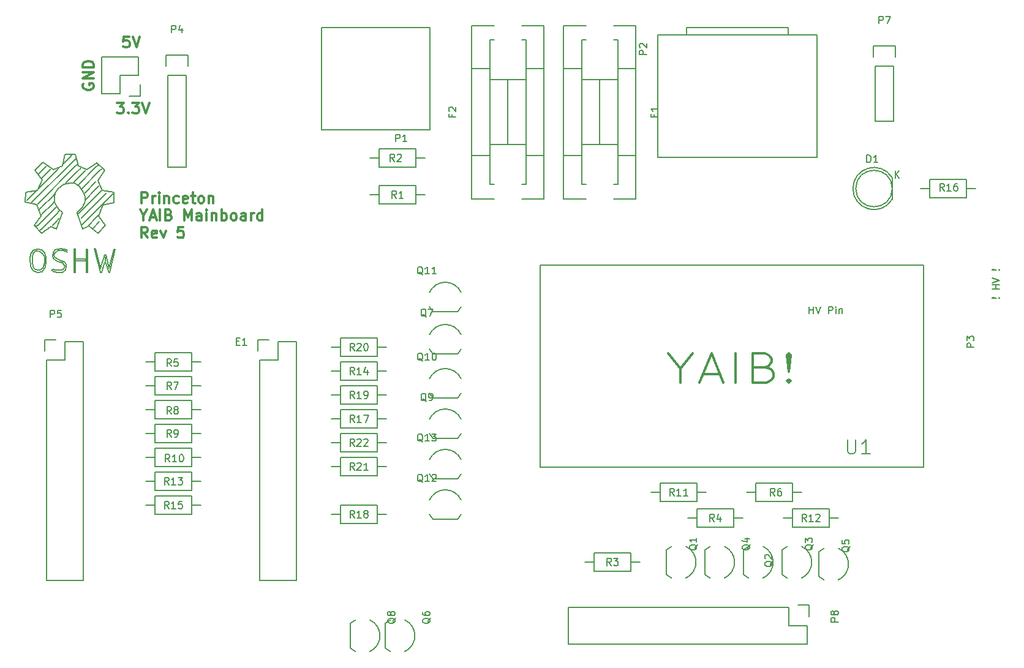
<source format=gto>
G04 #@! TF.FileFunction,Legend,Top*
%FSLAX46Y46*%
G04 Gerber Fmt 4.6, Leading zero omitted, Abs format (unit mm)*
G04 Created by KiCad (PCBNEW no-vcs-found-product) date So 28 Aug 2016 22:52:49 CEST*
%MOMM*%
G01*
G04 APERTURE LIST*
%ADD10C,0.100000*%
%ADD11C,0.300000*%
%ADD12C,0.150000*%
G04 APERTURE END LIST*
D10*
D11*
X106438000Y-40512857D02*
X106366571Y-40655714D01*
X106366571Y-40870000D01*
X106438000Y-41084285D01*
X106580857Y-41227143D01*
X106723714Y-41298571D01*
X107009429Y-41370000D01*
X107223714Y-41370000D01*
X107509429Y-41298571D01*
X107652286Y-41227143D01*
X107795143Y-41084285D01*
X107866571Y-40870000D01*
X107866571Y-40727143D01*
X107795143Y-40512857D01*
X107723714Y-40441428D01*
X107223714Y-40441428D01*
X107223714Y-40727143D01*
X107866571Y-39798571D02*
X106366571Y-39798571D01*
X107866571Y-38941428D01*
X106366571Y-38941428D01*
X107866571Y-38227142D02*
X106366571Y-38227142D01*
X106366571Y-37869999D01*
X106438000Y-37655714D01*
X106580857Y-37512856D01*
X106723714Y-37441428D01*
X107009429Y-37369999D01*
X107223714Y-37369999D01*
X107509429Y-37441428D01*
X107652286Y-37512856D01*
X107795143Y-37655714D01*
X107866571Y-37869999D01*
X107866571Y-38227142D01*
X111069715Y-43120571D02*
X111998286Y-43120571D01*
X111498286Y-43692000D01*
X111712572Y-43692000D01*
X111855429Y-43763429D01*
X111926858Y-43834857D01*
X111998286Y-43977714D01*
X111998286Y-44334857D01*
X111926858Y-44477714D01*
X111855429Y-44549143D01*
X111712572Y-44620571D01*
X111284000Y-44620571D01*
X111141143Y-44549143D01*
X111069715Y-44477714D01*
X112641143Y-44477714D02*
X112712571Y-44549143D01*
X112641143Y-44620571D01*
X112569714Y-44549143D01*
X112641143Y-44477714D01*
X112641143Y-44620571D01*
X113212572Y-43120571D02*
X114141143Y-43120571D01*
X113641143Y-43692000D01*
X113855429Y-43692000D01*
X113998286Y-43763429D01*
X114069715Y-43834857D01*
X114141143Y-43977714D01*
X114141143Y-44334857D01*
X114069715Y-44477714D01*
X113998286Y-44549143D01*
X113855429Y-44620571D01*
X113426857Y-44620571D01*
X113284000Y-44549143D01*
X113212572Y-44477714D01*
X114569714Y-43120571D02*
X115069714Y-44620571D01*
X115569714Y-43120571D01*
X112744287Y-33976571D02*
X112030001Y-33976571D01*
X111958572Y-34690857D01*
X112030001Y-34619429D01*
X112172858Y-34548000D01*
X112530001Y-34548000D01*
X112672858Y-34619429D01*
X112744287Y-34690857D01*
X112815715Y-34833714D01*
X112815715Y-35190857D01*
X112744287Y-35333714D01*
X112672858Y-35405143D01*
X112530001Y-35476571D01*
X112172858Y-35476571D01*
X112030001Y-35405143D01*
X111958572Y-35333714D01*
X113244286Y-33976571D02*
X113744286Y-35476571D01*
X114244286Y-33976571D01*
X188976191Y-79904762D02*
X188976191Y-81809524D01*
X187309524Y-77809524D02*
X188976191Y-79904762D01*
X190642858Y-77809524D01*
X192071429Y-80666667D02*
X194452381Y-80666667D01*
X191595238Y-81809524D02*
X193261905Y-77809524D01*
X194928572Y-81809524D01*
X196595238Y-81809524D02*
X196595238Y-77809524D01*
X200642857Y-79714286D02*
X201357143Y-79904762D01*
X201595238Y-80095238D01*
X201833333Y-80476190D01*
X201833333Y-81047619D01*
X201595238Y-81428571D01*
X201357143Y-81619048D01*
X200880952Y-81809524D01*
X198976190Y-81809524D01*
X198976190Y-77809524D01*
X200642857Y-77809524D01*
X201119047Y-78000000D01*
X201357143Y-78190476D01*
X201595238Y-78571429D01*
X201595238Y-78952381D01*
X201357143Y-79333333D01*
X201119047Y-79523810D01*
X200642857Y-79714286D01*
X198976190Y-79714286D01*
X203976190Y-81428571D02*
X204214285Y-81619048D01*
X203976190Y-81809524D01*
X203738095Y-81619048D01*
X203976190Y-81428571D01*
X203976190Y-81809524D01*
X203976190Y-80285714D02*
X203738095Y-78000000D01*
X203976190Y-77809524D01*
X204214285Y-78000000D01*
X203976190Y-80285714D01*
X203976190Y-77809524D01*
X114466643Y-57016071D02*
X114466643Y-55516071D01*
X115038071Y-55516071D01*
X115180929Y-55587500D01*
X115252357Y-55658929D01*
X115323786Y-55801786D01*
X115323786Y-56016071D01*
X115252357Y-56158929D01*
X115180929Y-56230357D01*
X115038071Y-56301786D01*
X114466643Y-56301786D01*
X115966643Y-57016071D02*
X115966643Y-56016071D01*
X115966643Y-56301786D02*
X116038071Y-56158929D01*
X116109500Y-56087500D01*
X116252357Y-56016071D01*
X116395214Y-56016071D01*
X116895214Y-57016071D02*
X116895214Y-56016071D01*
X116895214Y-55516071D02*
X116823785Y-55587500D01*
X116895214Y-55658929D01*
X116966642Y-55587500D01*
X116895214Y-55516071D01*
X116895214Y-55658929D01*
X117609500Y-56016071D02*
X117609500Y-57016071D01*
X117609500Y-56158929D02*
X117680928Y-56087500D01*
X117823786Y-56016071D01*
X118038071Y-56016071D01*
X118180928Y-56087500D01*
X118252357Y-56230357D01*
X118252357Y-57016071D01*
X119609500Y-56944643D02*
X119466643Y-57016071D01*
X119180929Y-57016071D01*
X119038071Y-56944643D01*
X118966643Y-56873214D01*
X118895214Y-56730357D01*
X118895214Y-56301786D01*
X118966643Y-56158929D01*
X119038071Y-56087500D01*
X119180929Y-56016071D01*
X119466643Y-56016071D01*
X119609500Y-56087500D01*
X120823785Y-56944643D02*
X120680928Y-57016071D01*
X120395214Y-57016071D01*
X120252357Y-56944643D01*
X120180928Y-56801786D01*
X120180928Y-56230357D01*
X120252357Y-56087500D01*
X120395214Y-56016071D01*
X120680928Y-56016071D01*
X120823785Y-56087500D01*
X120895214Y-56230357D01*
X120895214Y-56373214D01*
X120180928Y-56516071D01*
X121323785Y-56016071D02*
X121895214Y-56016071D01*
X121538071Y-55516071D02*
X121538071Y-56801786D01*
X121609499Y-56944643D01*
X121752357Y-57016071D01*
X121895214Y-57016071D01*
X122609500Y-57016071D02*
X122466642Y-56944643D01*
X122395214Y-56873214D01*
X122323785Y-56730357D01*
X122323785Y-56301786D01*
X122395214Y-56158929D01*
X122466642Y-56087500D01*
X122609500Y-56016071D01*
X122823785Y-56016071D01*
X122966642Y-56087500D01*
X123038071Y-56158929D01*
X123109500Y-56301786D01*
X123109500Y-56730357D01*
X123038071Y-56873214D01*
X122966642Y-56944643D01*
X122823785Y-57016071D01*
X122609500Y-57016071D01*
X123752357Y-56016071D02*
X123752357Y-57016071D01*
X123752357Y-56158929D02*
X123823785Y-56087500D01*
X123966643Y-56016071D01*
X124180928Y-56016071D01*
X124323785Y-56087500D01*
X124395214Y-56230357D01*
X124395214Y-57016071D01*
X114752357Y-58701786D02*
X114752357Y-59416071D01*
X114252357Y-57916071D02*
X114752357Y-58701786D01*
X115252357Y-57916071D01*
X115680928Y-58987500D02*
X116395214Y-58987500D01*
X115538071Y-59416071D02*
X116038071Y-57916071D01*
X116538071Y-59416071D01*
X117038071Y-59416071D02*
X117038071Y-57916071D01*
X118252357Y-58630357D02*
X118466643Y-58701786D01*
X118538071Y-58773214D01*
X118609500Y-58916071D01*
X118609500Y-59130357D01*
X118538071Y-59273214D01*
X118466643Y-59344643D01*
X118323785Y-59416071D01*
X117752357Y-59416071D01*
X117752357Y-57916071D01*
X118252357Y-57916071D01*
X118395214Y-57987500D01*
X118466643Y-58058929D01*
X118538071Y-58201786D01*
X118538071Y-58344643D01*
X118466643Y-58487500D01*
X118395214Y-58558929D01*
X118252357Y-58630357D01*
X117752357Y-58630357D01*
X120395214Y-59416071D02*
X120395214Y-57916071D01*
X120895214Y-58987500D01*
X121395214Y-57916071D01*
X121395214Y-59416071D01*
X122752357Y-59416071D02*
X122752357Y-58630357D01*
X122680928Y-58487500D01*
X122538071Y-58416071D01*
X122252357Y-58416071D01*
X122109500Y-58487500D01*
X122752357Y-59344643D02*
X122609500Y-59416071D01*
X122252357Y-59416071D01*
X122109500Y-59344643D01*
X122038071Y-59201786D01*
X122038071Y-59058929D01*
X122109500Y-58916071D01*
X122252357Y-58844643D01*
X122609500Y-58844643D01*
X122752357Y-58773214D01*
X123466643Y-59416071D02*
X123466643Y-58416071D01*
X123466643Y-57916071D02*
X123395214Y-57987500D01*
X123466643Y-58058929D01*
X123538071Y-57987500D01*
X123466643Y-57916071D01*
X123466643Y-58058929D01*
X124180929Y-58416071D02*
X124180929Y-59416071D01*
X124180929Y-58558929D02*
X124252357Y-58487500D01*
X124395215Y-58416071D01*
X124609500Y-58416071D01*
X124752357Y-58487500D01*
X124823786Y-58630357D01*
X124823786Y-59416071D01*
X125538072Y-59416071D02*
X125538072Y-57916071D01*
X125538072Y-58487500D02*
X125680929Y-58416071D01*
X125966643Y-58416071D01*
X126109500Y-58487500D01*
X126180929Y-58558929D01*
X126252358Y-58701786D01*
X126252358Y-59130357D01*
X126180929Y-59273214D01*
X126109500Y-59344643D01*
X125966643Y-59416071D01*
X125680929Y-59416071D01*
X125538072Y-59344643D01*
X127109501Y-59416071D02*
X126966643Y-59344643D01*
X126895215Y-59273214D01*
X126823786Y-59130357D01*
X126823786Y-58701786D01*
X126895215Y-58558929D01*
X126966643Y-58487500D01*
X127109501Y-58416071D01*
X127323786Y-58416071D01*
X127466643Y-58487500D01*
X127538072Y-58558929D01*
X127609501Y-58701786D01*
X127609501Y-59130357D01*
X127538072Y-59273214D01*
X127466643Y-59344643D01*
X127323786Y-59416071D01*
X127109501Y-59416071D01*
X128895215Y-59416071D02*
X128895215Y-58630357D01*
X128823786Y-58487500D01*
X128680929Y-58416071D01*
X128395215Y-58416071D01*
X128252358Y-58487500D01*
X128895215Y-59344643D02*
X128752358Y-59416071D01*
X128395215Y-59416071D01*
X128252358Y-59344643D01*
X128180929Y-59201786D01*
X128180929Y-59058929D01*
X128252358Y-58916071D01*
X128395215Y-58844643D01*
X128752358Y-58844643D01*
X128895215Y-58773214D01*
X129609501Y-59416071D02*
X129609501Y-58416071D01*
X129609501Y-58701786D02*
X129680929Y-58558929D01*
X129752358Y-58487500D01*
X129895215Y-58416071D01*
X130038072Y-58416071D01*
X131180929Y-59416071D02*
X131180929Y-57916071D01*
X131180929Y-59344643D02*
X131038072Y-59416071D01*
X130752358Y-59416071D01*
X130609500Y-59344643D01*
X130538072Y-59273214D01*
X130466643Y-59130357D01*
X130466643Y-58701786D01*
X130538072Y-58558929D01*
X130609500Y-58487500D01*
X130752358Y-58416071D01*
X131038072Y-58416071D01*
X131180929Y-58487500D01*
X115323786Y-61816071D02*
X114823786Y-61101786D01*
X114466643Y-61816071D02*
X114466643Y-60316071D01*
X115038071Y-60316071D01*
X115180929Y-60387500D01*
X115252357Y-60458929D01*
X115323786Y-60601786D01*
X115323786Y-60816071D01*
X115252357Y-60958929D01*
X115180929Y-61030357D01*
X115038071Y-61101786D01*
X114466643Y-61101786D01*
X116538071Y-61744643D02*
X116395214Y-61816071D01*
X116109500Y-61816071D01*
X115966643Y-61744643D01*
X115895214Y-61601786D01*
X115895214Y-61030357D01*
X115966643Y-60887500D01*
X116109500Y-60816071D01*
X116395214Y-60816071D01*
X116538071Y-60887500D01*
X116609500Y-61030357D01*
X116609500Y-61173214D01*
X115895214Y-61316071D01*
X117109500Y-60816071D02*
X117466643Y-61816071D01*
X117823785Y-60816071D01*
X120252357Y-60316071D02*
X119538071Y-60316071D01*
X119466642Y-61030357D01*
X119538071Y-60958929D01*
X119680928Y-60887500D01*
X120038071Y-60887500D01*
X120180928Y-60958929D01*
X120252357Y-61030357D01*
X120323785Y-61173214D01*
X120323785Y-61530357D01*
X120252357Y-61673214D01*
X120180928Y-61744643D01*
X120038071Y-61816071D01*
X119680928Y-61816071D01*
X119538071Y-61744643D01*
X119466642Y-61673214D01*
D12*
X147320000Y-54610000D02*
X152400000Y-54610000D01*
X152400000Y-54610000D02*
X152400000Y-57150000D01*
X152400000Y-57150000D02*
X147320000Y-57150000D01*
X147320000Y-57150000D02*
X147320000Y-54610000D01*
X147320000Y-55880000D02*
X146050000Y-55880000D01*
X152400000Y-55880000D02*
X153670000Y-55880000D01*
X218214888Y-53475096D02*
G75*
G03X218230000Y-56500000I-2484888J-1524904D01*
G01*
X218230000Y-53500000D02*
X218230000Y-56500000D01*
X218247936Y-55000000D02*
G75*
G03X218247936Y-55000000I-2517936J0D01*
G01*
X135890000Y-76200000D02*
X135890000Y-109220000D01*
X130810000Y-78740000D02*
X130810000Y-109220000D01*
X135890000Y-109220000D02*
X130810000Y-109220000D01*
X135890000Y-76200000D02*
X133350000Y-76200000D01*
X132080000Y-75920000D02*
X130530000Y-75920000D01*
X133350000Y-76200000D02*
X133350000Y-78740000D01*
X133350000Y-78740000D02*
X130810000Y-78740000D01*
X130530000Y-75920000D02*
X130530000Y-77470000D01*
X180299360Y-38450520D02*
X182801260Y-38450520D01*
X172798740Y-38450520D02*
X175300640Y-38450520D01*
X172798740Y-50449480D02*
X175300640Y-50449480D01*
X182801260Y-50449480D02*
X180299360Y-50449480D01*
X177800000Y-39949120D02*
X177800000Y-48950880D01*
X180299360Y-39949120D02*
X175300640Y-39949120D01*
X180299360Y-48950880D02*
X175300640Y-48950880D01*
X179699920Y-54449980D02*
X180299360Y-54449980D01*
X175900080Y-34450020D02*
X175300640Y-34450020D01*
X175300640Y-34450020D02*
X175300640Y-54449980D01*
X175300640Y-54449980D02*
X175900080Y-54449980D01*
X180299360Y-54449980D02*
X180299360Y-34450020D01*
X180299360Y-34450020D02*
X179699920Y-34450020D01*
X179699920Y-56448960D02*
X182801260Y-56448960D01*
X175900080Y-32451040D02*
X172798740Y-32451040D01*
X172798740Y-32451040D02*
X172798740Y-56448960D01*
X172798740Y-56448960D02*
X175900080Y-56448960D01*
X182801260Y-56448960D02*
X182801260Y-32451040D01*
X182801260Y-32451040D02*
X179699920Y-32451040D01*
X162600640Y-50449480D02*
X160098740Y-50449480D01*
X170101260Y-50449480D02*
X167599360Y-50449480D01*
X170101260Y-38450520D02*
X167599360Y-38450520D01*
X160098740Y-38450520D02*
X162600640Y-38450520D01*
X165100000Y-48950880D02*
X165100000Y-39949120D01*
X162600640Y-48950880D02*
X167599360Y-48950880D01*
X162600640Y-39949120D02*
X167599360Y-39949120D01*
X163200080Y-34450020D02*
X162600640Y-34450020D01*
X166999920Y-54449980D02*
X167599360Y-54449980D01*
X167599360Y-54449980D02*
X167599360Y-34450020D01*
X167599360Y-34450020D02*
X166999920Y-34450020D01*
X162600640Y-34450020D02*
X162600640Y-54449980D01*
X162600640Y-54449980D02*
X163200080Y-54449980D01*
X163200080Y-32451040D02*
X160098740Y-32451040D01*
X166999920Y-56448960D02*
X170101260Y-56448960D01*
X170101260Y-56448960D02*
X170101260Y-32451040D01*
X170101260Y-32451040D02*
X166999920Y-32451040D01*
X160098740Y-32451040D02*
X160098740Y-56448960D01*
X160098740Y-56448960D02*
X163200080Y-56448960D01*
X139318140Y-46865120D02*
X139318140Y-32768120D01*
X154304140Y-32768120D02*
X154304140Y-46865120D01*
X139318140Y-46865120D02*
X154304140Y-46865120D01*
X139318140Y-32768120D02*
X154304140Y-32768120D01*
X203850000Y-32720000D02*
X203850000Y-33720000D01*
X203850000Y-32720000D02*
X189850000Y-32720000D01*
X189850000Y-32720000D02*
X189850000Y-33720000D01*
X207850000Y-33720000D02*
X207850000Y-50720000D01*
X207850000Y-50720000D02*
X186850000Y-50720000D01*
X186850000Y-50720000D02*
X185850000Y-50720000D01*
X185850000Y-50720000D02*
X185850000Y-33720000D01*
X185850000Y-33720000D02*
X207850000Y-33720000D01*
X120650000Y-39370000D02*
X120650000Y-52070000D01*
X120650000Y-52070000D02*
X118110000Y-52070000D01*
X118110000Y-52070000D02*
X118110000Y-39370000D01*
X120930000Y-36550000D02*
X120930000Y-38100000D01*
X120650000Y-39370000D02*
X118110000Y-39370000D01*
X117830000Y-38100000D02*
X117830000Y-36550000D01*
X117830000Y-36550000D02*
X120930000Y-36550000D01*
X215900000Y-38100000D02*
X215900000Y-45720000D01*
X218440000Y-38100000D02*
X218440000Y-45720000D01*
X218720000Y-35280000D02*
X218720000Y-36830000D01*
X215900000Y-45720000D02*
X218440000Y-45720000D01*
X218440000Y-38100000D02*
X215900000Y-38100000D01*
X215620000Y-36830000D02*
X215620000Y-35280000D01*
X215620000Y-35280000D02*
X218720000Y-35280000D01*
X152400000Y-52070000D02*
X147320000Y-52070000D01*
X147320000Y-52070000D02*
X147320000Y-49530000D01*
X147320000Y-49530000D02*
X152400000Y-49530000D01*
X152400000Y-49530000D02*
X152400000Y-52070000D01*
X152400000Y-50800000D02*
X153670000Y-50800000D01*
X147320000Y-50800000D02*
X146050000Y-50800000D01*
X121412000Y-80264000D02*
X116332000Y-80264000D01*
X116332000Y-80264000D02*
X116332000Y-77724000D01*
X116332000Y-77724000D02*
X121412000Y-77724000D01*
X121412000Y-77724000D02*
X121412000Y-80264000D01*
X121412000Y-78994000D02*
X122682000Y-78994000D01*
X116332000Y-78994000D02*
X115062000Y-78994000D01*
X121412000Y-83566000D02*
X116332000Y-83566000D01*
X116332000Y-83566000D02*
X116332000Y-81026000D01*
X116332000Y-81026000D02*
X121412000Y-81026000D01*
X121412000Y-81026000D02*
X121412000Y-83566000D01*
X121412000Y-82296000D02*
X122682000Y-82296000D01*
X116332000Y-82296000D02*
X115062000Y-82296000D01*
X121412000Y-86868000D02*
X116332000Y-86868000D01*
X116332000Y-86868000D02*
X116332000Y-84328000D01*
X116332000Y-84328000D02*
X121412000Y-84328000D01*
X121412000Y-84328000D02*
X121412000Y-86868000D01*
X121412000Y-85598000D02*
X122682000Y-85598000D01*
X116332000Y-85598000D02*
X115062000Y-85598000D01*
X121412000Y-90170000D02*
X116332000Y-90170000D01*
X116332000Y-90170000D02*
X116332000Y-87630000D01*
X116332000Y-87630000D02*
X121412000Y-87630000D01*
X121412000Y-87630000D02*
X121412000Y-90170000D01*
X121412000Y-88900000D02*
X122682000Y-88900000D01*
X116332000Y-88900000D02*
X115062000Y-88900000D01*
X121412000Y-93472000D02*
X116332000Y-93472000D01*
X116332000Y-93472000D02*
X116332000Y-90932000D01*
X116332000Y-90932000D02*
X121412000Y-90932000D01*
X121412000Y-90932000D02*
X121412000Y-93472000D01*
X121412000Y-92202000D02*
X122682000Y-92202000D01*
X116332000Y-92202000D02*
X115062000Y-92202000D01*
X223460000Y-53730000D02*
X228540000Y-53730000D01*
X228540000Y-53730000D02*
X228540000Y-56270000D01*
X228540000Y-56270000D02*
X223460000Y-56270000D01*
X223460000Y-56270000D02*
X223460000Y-53730000D01*
X223460000Y-55000000D02*
X222190000Y-55000000D01*
X228540000Y-55000000D02*
X229810000Y-55000000D01*
X141986000Y-98806000D02*
X147066000Y-98806000D01*
X147066000Y-98806000D02*
X147066000Y-101346000D01*
X147066000Y-101346000D02*
X141986000Y-101346000D01*
X141986000Y-101346000D02*
X141986000Y-98806000D01*
X141986000Y-100076000D02*
X140716000Y-100076000D01*
X147066000Y-100076000D02*
X148336000Y-100076000D01*
X222590000Y-65570000D02*
X169590000Y-65570000D01*
X169590000Y-93570000D02*
X222590000Y-93570000D01*
X222590000Y-93570000D02*
X222590000Y-65570000D01*
X169590000Y-65570000D02*
X169590000Y-93570000D01*
X206502000Y-117983000D02*
X173482000Y-117983000D01*
X203962000Y-112903000D02*
X173482000Y-112903000D01*
X173482000Y-117983000D02*
X173482000Y-112903000D01*
X206502000Y-117983000D02*
X206502000Y-115443000D01*
X206782000Y-114173000D02*
X206782000Y-112623000D01*
X206502000Y-115443000D02*
X203962000Y-115443000D01*
X203962000Y-115443000D02*
X203962000Y-112903000D01*
X206782000Y-112623000D02*
X205232000Y-112623000D01*
X187725010Y-104492305D02*
G75*
G03X187022000Y-104980000I996990J-2187695D01*
G01*
X187725010Y-108867695D02*
G75*
G02X187022000Y-108380000I996990J2187695D01*
G01*
X187022000Y-104980000D02*
X187022000Y-108380000D01*
X189715127Y-104495121D02*
G75*
G02X191122000Y-106680000I-993127J-2184879D01*
G01*
X189715127Y-108864879D02*
G75*
G03X191122000Y-106680000I-993127J2184879D01*
G01*
X198393010Y-104492305D02*
G75*
G03X197690000Y-104980000I996990J-2187695D01*
G01*
X198393010Y-108867695D02*
G75*
G02X197690000Y-108380000I996990J2187695D01*
G01*
X197690000Y-104980000D02*
X197690000Y-108380000D01*
X200383127Y-104495121D02*
G75*
G02X201790000Y-106680000I-993127J-2184879D01*
G01*
X200383127Y-108864879D02*
G75*
G03X201790000Y-106680000I-993127J2184879D01*
G01*
X203727010Y-104492305D02*
G75*
G03X203024000Y-104980000I996990J-2187695D01*
G01*
X203727010Y-108867695D02*
G75*
G02X203024000Y-108380000I996990J2187695D01*
G01*
X203024000Y-104980000D02*
X203024000Y-108380000D01*
X205717127Y-104495121D02*
G75*
G02X207124000Y-106680000I-993127J-2184879D01*
G01*
X205717127Y-108864879D02*
G75*
G03X207124000Y-106680000I-993127J2184879D01*
G01*
X193059010Y-104492305D02*
G75*
G03X192356000Y-104980000I996990J-2187695D01*
G01*
X193059010Y-108867695D02*
G75*
G02X192356000Y-108380000I996990J2187695D01*
G01*
X192356000Y-104980000D02*
X192356000Y-108380000D01*
X195049127Y-104495121D02*
G75*
G02X196456000Y-106680000I-993127J-2184879D01*
G01*
X195049127Y-108864879D02*
G75*
G03X196456000Y-106680000I-993127J2184879D01*
G01*
X208807010Y-104746305D02*
G75*
G03X208104000Y-105234000I996990J-2187695D01*
G01*
X208807010Y-109121695D02*
G75*
G02X208104000Y-108634000I996990J2187695D01*
G01*
X208104000Y-105234000D02*
X208104000Y-108634000D01*
X210797127Y-104749121D02*
G75*
G02X212204000Y-106934000I-993127J-2184879D01*
G01*
X210797127Y-109118879D02*
G75*
G03X212204000Y-106934000I-993127J2184879D01*
G01*
X148863010Y-114652305D02*
G75*
G03X148160000Y-115140000I996990J-2187695D01*
G01*
X148863010Y-119027695D02*
G75*
G02X148160000Y-118540000I996990J2187695D01*
G01*
X148160000Y-115140000D02*
X148160000Y-118540000D01*
X150853127Y-114655121D02*
G75*
G02X152260000Y-116840000I-993127J-2184879D01*
G01*
X150853127Y-119024879D02*
G75*
G03X152260000Y-116840000I-993127J2184879D01*
G01*
X154276305Y-77196990D02*
G75*
G03X154764000Y-77900000I2187695J996990D01*
G01*
X158651695Y-77196990D02*
G75*
G02X158164000Y-77900000I-2187695J996990D01*
G01*
X154764000Y-77900000D02*
X158164000Y-77900000D01*
X154279121Y-75206873D02*
G75*
G02X156464000Y-73800000I2184879J-993127D01*
G01*
X158648879Y-75206873D02*
G75*
G03X156464000Y-73800000I-2184879J-993127D01*
G01*
X144037010Y-114652305D02*
G75*
G03X143334000Y-115140000I996990J-2187695D01*
G01*
X144037010Y-119027695D02*
G75*
G02X143334000Y-118540000I996990J2187695D01*
G01*
X143334000Y-115140000D02*
X143334000Y-118540000D01*
X146027127Y-114655121D02*
G75*
G02X147434000Y-116840000I-993127J-2184879D01*
G01*
X146027127Y-119024879D02*
G75*
G03X147434000Y-116840000I-993127J2184879D01*
G01*
X154276305Y-88880990D02*
G75*
G03X154764000Y-89584000I2187695J996990D01*
G01*
X158651695Y-88880990D02*
G75*
G02X158164000Y-89584000I-2187695J996990D01*
G01*
X154764000Y-89584000D02*
X158164000Y-89584000D01*
X154279121Y-86890873D02*
G75*
G02X156464000Y-85484000I2184879J-993127D01*
G01*
X158648879Y-86890873D02*
G75*
G03X156464000Y-85484000I-2184879J-993127D01*
G01*
X154276305Y-83292990D02*
G75*
G03X154764000Y-83996000I2187695J996990D01*
G01*
X158651695Y-83292990D02*
G75*
G02X158164000Y-83996000I-2187695J996990D01*
G01*
X154764000Y-83996000D02*
X158164000Y-83996000D01*
X154279121Y-81302873D02*
G75*
G02X156464000Y-79896000I2184879J-993127D01*
G01*
X158648879Y-81302873D02*
G75*
G03X156464000Y-79896000I-2184879J-993127D01*
G01*
X154276305Y-71354990D02*
G75*
G03X154764000Y-72058000I2187695J996990D01*
G01*
X158651695Y-71354990D02*
G75*
G02X158164000Y-72058000I-2187695J996990D01*
G01*
X154764000Y-72058000D02*
X158164000Y-72058000D01*
X154279121Y-69364873D02*
G75*
G02X156464000Y-67958000I2184879J-993127D01*
G01*
X158648879Y-69364873D02*
G75*
G03X156464000Y-67958000I-2184879J-993127D01*
G01*
X154276305Y-100056990D02*
G75*
G03X154764000Y-100760000I2187695J996990D01*
G01*
X158651695Y-100056990D02*
G75*
G02X158164000Y-100760000I-2187695J996990D01*
G01*
X154764000Y-100760000D02*
X158164000Y-100760000D01*
X154279121Y-98066873D02*
G75*
G02X156464000Y-96660000I2184879J-993127D01*
G01*
X158648879Y-98066873D02*
G75*
G03X156464000Y-96660000I-2184879J-993127D01*
G01*
X154276305Y-94468990D02*
G75*
G03X154764000Y-95172000I2187695J996990D01*
G01*
X158651695Y-94468990D02*
G75*
G02X158164000Y-95172000I-2187695J996990D01*
G01*
X154764000Y-95172000D02*
X158164000Y-95172000D01*
X154279121Y-92478873D02*
G75*
G02X156464000Y-91072000I2184879J-993127D01*
G01*
X158648879Y-92478873D02*
G75*
G03X156464000Y-91072000I-2184879J-993127D01*
G01*
X114326000Y-40640000D02*
X114326000Y-42190000D01*
X112776000Y-42190000D02*
X114326000Y-42190000D01*
X114046000Y-39370000D02*
X111506000Y-39370000D01*
X111506000Y-39370000D02*
X111506000Y-41910000D01*
X111506000Y-41910000D02*
X108966000Y-41910000D01*
X108966000Y-41910000D02*
X108966000Y-36830000D01*
X108966000Y-36830000D02*
X114046000Y-36830000D01*
X114046000Y-36830000D02*
X114046000Y-39370000D01*
X106426000Y-76200000D02*
X106426000Y-109220000D01*
X101346000Y-78740000D02*
X101346000Y-109220000D01*
X106426000Y-109220000D02*
X101346000Y-109220000D01*
X106426000Y-76200000D02*
X103886000Y-76200000D01*
X102616000Y-75920000D02*
X101066000Y-75920000D01*
X103886000Y-76200000D02*
X103886000Y-78740000D01*
X103886000Y-78740000D02*
X101346000Y-78740000D01*
X101066000Y-75920000D02*
X101066000Y-77470000D01*
X177038000Y-105410000D02*
X182118000Y-105410000D01*
X182118000Y-105410000D02*
X182118000Y-107950000D01*
X182118000Y-107950000D02*
X177038000Y-107950000D01*
X177038000Y-107950000D02*
X177038000Y-105410000D01*
X177038000Y-106680000D02*
X175768000Y-106680000D01*
X182118000Y-106680000D02*
X183388000Y-106680000D01*
X191262000Y-99314000D02*
X196342000Y-99314000D01*
X196342000Y-99314000D02*
X196342000Y-101854000D01*
X196342000Y-101854000D02*
X191262000Y-101854000D01*
X191262000Y-101854000D02*
X191262000Y-99314000D01*
X191262000Y-100584000D02*
X189992000Y-100584000D01*
X196342000Y-100584000D02*
X197612000Y-100584000D01*
X199390000Y-95758000D02*
X204470000Y-95758000D01*
X204470000Y-95758000D02*
X204470000Y-98298000D01*
X204470000Y-98298000D02*
X199390000Y-98298000D01*
X199390000Y-98298000D02*
X199390000Y-95758000D01*
X199390000Y-97028000D02*
X198120000Y-97028000D01*
X204470000Y-97028000D02*
X205740000Y-97028000D01*
X186182000Y-95758000D02*
X191262000Y-95758000D01*
X191262000Y-95758000D02*
X191262000Y-98298000D01*
X191262000Y-98298000D02*
X186182000Y-98298000D01*
X186182000Y-98298000D02*
X186182000Y-95758000D01*
X186182000Y-97028000D02*
X184912000Y-97028000D01*
X191262000Y-97028000D02*
X192532000Y-97028000D01*
X204470000Y-99314000D02*
X209550000Y-99314000D01*
X209550000Y-99314000D02*
X209550000Y-101854000D01*
X209550000Y-101854000D02*
X204470000Y-101854000D01*
X204470000Y-101854000D02*
X204470000Y-99314000D01*
X204470000Y-100584000D02*
X203200000Y-100584000D01*
X209550000Y-100584000D02*
X210820000Y-100584000D01*
X121412000Y-96774000D02*
X116332000Y-96774000D01*
X116332000Y-96774000D02*
X116332000Y-94234000D01*
X116332000Y-94234000D02*
X121412000Y-94234000D01*
X121412000Y-94234000D02*
X121412000Y-96774000D01*
X121412000Y-95504000D02*
X122682000Y-95504000D01*
X116332000Y-95504000D02*
X115062000Y-95504000D01*
X141986000Y-78994000D02*
X147066000Y-78994000D01*
X147066000Y-78994000D02*
X147066000Y-81534000D01*
X147066000Y-81534000D02*
X141986000Y-81534000D01*
X141986000Y-81534000D02*
X141986000Y-78994000D01*
X141986000Y-80264000D02*
X140716000Y-80264000D01*
X147066000Y-80264000D02*
X148336000Y-80264000D01*
X121412000Y-100076000D02*
X116332000Y-100076000D01*
X116332000Y-100076000D02*
X116332000Y-97536000D01*
X116332000Y-97536000D02*
X121412000Y-97536000D01*
X121412000Y-97536000D02*
X121412000Y-100076000D01*
X121412000Y-98806000D02*
X122682000Y-98806000D01*
X116332000Y-98806000D02*
X115062000Y-98806000D01*
X141986000Y-85598000D02*
X147066000Y-85598000D01*
X147066000Y-85598000D02*
X147066000Y-88138000D01*
X147066000Y-88138000D02*
X141986000Y-88138000D01*
X141986000Y-88138000D02*
X141986000Y-85598000D01*
X141986000Y-86868000D02*
X140716000Y-86868000D01*
X147066000Y-86868000D02*
X148336000Y-86868000D01*
X141986000Y-82296000D02*
X147066000Y-82296000D01*
X147066000Y-82296000D02*
X147066000Y-84836000D01*
X147066000Y-84836000D02*
X141986000Y-84836000D01*
X141986000Y-84836000D02*
X141986000Y-82296000D01*
X141986000Y-83566000D02*
X140716000Y-83566000D01*
X147066000Y-83566000D02*
X148336000Y-83566000D01*
X141986000Y-75692000D02*
X147066000Y-75692000D01*
X147066000Y-75692000D02*
X147066000Y-78232000D01*
X147066000Y-78232000D02*
X141986000Y-78232000D01*
X141986000Y-78232000D02*
X141986000Y-75692000D01*
X141986000Y-76962000D02*
X140716000Y-76962000D01*
X147066000Y-76962000D02*
X148336000Y-76962000D01*
X141986000Y-92202000D02*
X147066000Y-92202000D01*
X147066000Y-92202000D02*
X147066000Y-94742000D01*
X147066000Y-94742000D02*
X141986000Y-94742000D01*
X141986000Y-94742000D02*
X141986000Y-92202000D01*
X141986000Y-93472000D02*
X140716000Y-93472000D01*
X147066000Y-93472000D02*
X148336000Y-93472000D01*
X141986000Y-88900000D02*
X147066000Y-88900000D01*
X147066000Y-88900000D02*
X147066000Y-91440000D01*
X147066000Y-91440000D02*
X141986000Y-91440000D01*
X141986000Y-91440000D02*
X141986000Y-88900000D01*
X141986000Y-90170000D02*
X140716000Y-90170000D01*
X147066000Y-90170000D02*
X148336000Y-90170000D01*
X105148380Y-51084480D02*
X99247960Y-56984900D01*
X99547680Y-55684420D02*
X100048060Y-55184040D01*
X104147620Y-54084220D02*
X103847900Y-54383940D01*
X102148640Y-57083960D02*
X102346760Y-56883300D01*
X101147880Y-52085240D02*
X101348540Y-51884580D01*
X100647500Y-52583080D02*
X100248720Y-52984400D01*
X101648260Y-52583080D02*
X101947980Y-52283360D01*
X102649020Y-52583080D02*
X103146860Y-52085240D01*
X104648000Y-50584100D02*
X104848660Y-50383440D01*
X105148380Y-51084480D02*
X105448100Y-50784760D01*
X105148380Y-52085240D02*
X105648760Y-51584860D01*
X106646980Y-52583080D02*
X106748580Y-52484020D01*
X105648760Y-52583080D02*
X106047540Y-52184300D01*
X108148120Y-52085240D02*
X108447840Y-51782980D01*
X108648500Y-52583080D02*
X108948220Y-52283360D01*
X100647500Y-57584340D02*
X100347780Y-57884060D01*
X102148640Y-56083200D02*
X102448360Y-55783480D01*
X100048060Y-60083700D02*
X99847400Y-60284360D01*
X102148640Y-58084720D02*
X102649020Y-57584340D01*
X100647500Y-60584080D02*
X100446840Y-60784740D01*
X102649020Y-58585100D02*
X103146860Y-58084720D01*
X102649020Y-59583320D02*
X103047800Y-59184540D01*
X108148120Y-55084980D02*
X108648500Y-54584600D01*
X108648500Y-55582820D02*
X108948220Y-55283100D01*
X108148120Y-59082940D02*
X108546900Y-58684160D01*
X110147100Y-56083200D02*
X110548420Y-55684420D01*
X108648500Y-59583320D02*
X107647740Y-60584080D01*
X108148120Y-59082940D02*
X107147360Y-60083700D01*
X110147100Y-56083200D02*
X106149140Y-60083700D01*
X109649260Y-55582820D02*
X106149140Y-59082940D01*
X108648500Y-55582820D02*
X105648760Y-58585100D01*
X102649020Y-59583320D02*
X102148640Y-60083700D01*
X102649020Y-58585100D02*
X100647500Y-60584080D01*
X102148640Y-58084720D02*
X100147120Y-60083700D01*
X102148640Y-57083960D02*
X100647500Y-58585100D01*
X102148640Y-56083200D02*
X100647500Y-57584340D01*
X104648000Y-50584100D02*
X103647240Y-51584860D01*
X101147880Y-52085240D02*
X100647500Y-52583080D01*
X101648260Y-52583080D02*
X100647500Y-53583840D01*
X99646740Y-55582820D02*
X98648520Y-56583580D01*
X102649020Y-52583080D02*
X100147120Y-55084980D01*
X105148380Y-52085240D02*
X100147120Y-57083960D01*
X108148120Y-55084980D02*
X106646980Y-56583580D01*
X108148120Y-54084220D02*
X106646980Y-55582820D01*
X105648760Y-52583080D02*
X104147620Y-54084220D01*
X108648500Y-52583080D02*
X106149140Y-55084980D01*
X108148120Y-52085240D02*
X105648760Y-54584600D01*
X106646980Y-52583080D02*
X105148380Y-54084220D01*
X109448600Y-64383920D02*
X109448600Y-64983360D01*
X107947460Y-63284100D02*
X108747560Y-66583560D01*
X108747560Y-66583560D02*
X108948220Y-66583560D01*
X108948220Y-66583560D02*
X109347000Y-65184020D01*
X109347000Y-65184020D02*
X109448600Y-65184020D01*
X109448600Y-65184020D02*
X109948980Y-66583560D01*
X109948980Y-66583560D02*
X110048040Y-66583560D01*
X110048040Y-66583560D02*
X110848140Y-63383160D01*
X110848140Y-63383160D02*
X110647480Y-63383160D01*
X110647480Y-63383160D02*
X109948980Y-65984120D01*
X109948980Y-65984120D02*
X109547660Y-64183260D01*
X109547660Y-64183260D02*
X109347000Y-64183260D01*
X109347000Y-64183260D02*
X108747560Y-65984120D01*
X108747560Y-65984120D02*
X108148120Y-63284100D01*
X108148120Y-63284100D02*
X107947460Y-63284100D01*
X105247440Y-64785240D02*
X106748580Y-64785240D01*
X106748580Y-64785240D02*
X106748580Y-64983360D01*
X106748580Y-64983360D02*
X105349040Y-64983360D01*
X106847640Y-63383160D02*
X106847640Y-66583560D01*
X106847640Y-66583560D02*
X107048300Y-66583560D01*
X107048300Y-66583560D02*
X107048300Y-63383160D01*
X107048300Y-63383160D02*
X106847640Y-63383160D01*
X105349040Y-63284100D02*
X105247440Y-63284100D01*
X105148380Y-63284100D02*
X105148380Y-66583560D01*
X105148380Y-66583560D02*
X105349040Y-66583560D01*
X105349040Y-66583560D02*
X105349040Y-63284100D01*
X104249220Y-63583820D02*
X104147620Y-63484760D01*
X104147620Y-63484760D02*
X103748840Y-63383160D01*
X103748840Y-63383160D02*
X103248460Y-63284100D01*
X103248460Y-63284100D02*
X102547420Y-63484760D01*
X102547420Y-63484760D02*
X102247700Y-63784480D01*
X102247700Y-63784480D02*
X102148640Y-64284860D01*
X102148640Y-64284860D02*
X102247700Y-64683640D01*
X102247700Y-64683640D02*
X102649020Y-64983360D01*
X102649020Y-64983360D02*
X103146860Y-65184020D01*
X103146860Y-65184020D02*
X103548180Y-65283080D01*
X103548180Y-65283080D02*
X103748840Y-65483740D01*
X103748840Y-65483740D02*
X103847900Y-65783460D01*
X103847900Y-65783460D02*
X103748840Y-66083180D01*
X103748840Y-66083180D02*
X103449120Y-66283840D01*
X103449120Y-66283840D02*
X103047800Y-66283840D01*
X103047800Y-66283840D02*
X102547420Y-66283840D01*
X102547420Y-66283840D02*
X102247700Y-66184780D01*
X102247700Y-66184780D02*
X102047040Y-66283840D01*
X102047040Y-66283840D02*
X102346760Y-66484500D01*
X102346760Y-66484500D02*
X102948740Y-66583560D01*
X102948740Y-66583560D02*
X103548180Y-66583560D01*
X103548180Y-66583560D02*
X103946960Y-66283840D01*
X103946960Y-66283840D02*
X104048560Y-65783460D01*
X104048560Y-65783460D02*
X104048560Y-65483740D01*
X104048560Y-65483740D02*
X103847900Y-65184020D01*
X103847900Y-65184020D02*
X103347520Y-64983360D01*
X103347520Y-64983360D02*
X102847140Y-64785240D01*
X102847140Y-64785240D02*
X102448360Y-64482980D01*
X102448360Y-64482980D02*
X102346760Y-64183260D01*
X102346760Y-64183260D02*
X102547420Y-63883540D01*
X102547420Y-63883540D02*
X102948740Y-63583820D01*
X102948740Y-63583820D02*
X103548180Y-63583820D01*
X103548180Y-63583820D02*
X103946960Y-63682880D01*
X103946960Y-63682880D02*
X104249220Y-63784480D01*
X100147120Y-63682880D02*
X99847400Y-63682880D01*
X99847400Y-63682880D02*
X99448620Y-63985140D01*
X99448620Y-63985140D02*
X99347020Y-64482980D01*
X99347020Y-64482980D02*
X99347020Y-65283080D01*
X99347020Y-65283080D02*
X99448620Y-65783460D01*
X99448620Y-65783460D02*
X99646740Y-66083180D01*
X99646740Y-66083180D02*
X100048060Y-66283840D01*
X100048060Y-66283840D02*
X100446840Y-66283840D01*
X100446840Y-66283840D02*
X100848160Y-65984120D01*
X100848160Y-65984120D02*
X101048820Y-65283080D01*
X101048820Y-65283080D02*
X101048820Y-64482980D01*
X101048820Y-64482980D02*
X100848160Y-64084200D01*
X100848160Y-64084200D02*
X100647500Y-63883540D01*
X100647500Y-63883540D02*
X100248720Y-63682880D01*
X100147120Y-63383160D02*
X99748340Y-63484760D01*
X99748340Y-63484760D02*
X99448620Y-63583820D01*
X99448620Y-63583820D02*
X99148900Y-64084200D01*
X99148900Y-64084200D02*
X99047300Y-64683640D01*
X99047300Y-64683640D02*
X99148900Y-65783460D01*
X99148900Y-65783460D02*
X99448620Y-66382900D01*
X99448620Y-66382900D02*
X100048060Y-66583560D01*
X100048060Y-66583560D02*
X100749100Y-66484500D01*
X100749100Y-66484500D02*
X101147880Y-65885060D01*
X101147880Y-65885060D02*
X101246940Y-65184020D01*
X101246940Y-65184020D02*
X101246940Y-64482980D01*
X101246940Y-64482980D02*
X101048820Y-63883540D01*
X101048820Y-63883540D02*
X100647500Y-63484760D01*
X100647500Y-63484760D02*
X100147120Y-63383160D01*
X103548180Y-58285380D02*
X103047800Y-57884060D01*
X103047800Y-57884060D02*
X102649020Y-57383680D01*
X102649020Y-57383680D02*
X102448360Y-56883300D01*
X102448360Y-56883300D02*
X102448360Y-56184800D01*
X102448360Y-56184800D02*
X102549960Y-55585360D01*
X102549960Y-55585360D02*
X102948740Y-54983380D01*
X102948740Y-54983380D02*
X103748840Y-54383940D01*
X103748840Y-54383940D02*
X104548940Y-54284880D01*
X104548940Y-54284880D02*
X105249980Y-54284880D01*
X105249980Y-54284880D02*
X105948480Y-54785260D01*
X105948480Y-54785260D02*
X106448860Y-55483760D01*
X106448860Y-55483760D02*
X106649520Y-56083200D01*
X106649520Y-56083200D02*
X106649520Y-56784240D01*
X106649520Y-56784240D02*
X106349800Y-57584340D01*
X106349800Y-57584340D02*
X105849420Y-58084720D01*
X105849420Y-58084720D02*
X105549700Y-58285380D01*
X105549700Y-58384440D02*
X106299000Y-60634880D01*
X106299000Y-60634880D02*
X107149900Y-60185300D01*
X107149900Y-60185300D02*
X108447840Y-61183520D01*
X108447840Y-61183520D02*
X109448600Y-60083700D01*
X109448600Y-60083700D02*
X108549440Y-58783220D01*
X108549440Y-58783220D02*
X109049820Y-57485280D01*
X109049820Y-57485280D02*
X109049820Y-57284620D01*
X109049820Y-57284620D02*
X110650020Y-56984900D01*
X110650020Y-56984900D02*
X110650020Y-55483760D01*
X110650020Y-55483760D02*
X109049820Y-55285640D01*
X109049820Y-55285640D02*
X108447840Y-53883560D01*
X108447840Y-53883560D02*
X109349540Y-52484020D01*
X109349540Y-52484020D02*
X108249720Y-51483260D01*
X108249720Y-51483260D02*
X106949240Y-52384960D01*
X106949240Y-52384960D02*
X105747820Y-51884580D01*
X105747820Y-51884580D02*
X105349040Y-50284380D01*
X105349040Y-50284380D02*
X103847900Y-50284380D01*
X103847900Y-50284380D02*
X103548180Y-51884580D01*
X103548180Y-51884580D02*
X102247700Y-52384960D01*
X102247700Y-52384960D02*
X100848160Y-51384200D01*
X100848160Y-51384200D02*
X99748340Y-52484020D01*
X99748340Y-52484020D02*
X100749100Y-53784500D01*
X100749100Y-53784500D02*
X100048060Y-55285640D01*
X100048060Y-55285640D02*
X98447860Y-55483760D01*
X98447860Y-55483760D02*
X98348800Y-56883300D01*
X98348800Y-56883300D02*
X99949000Y-57185560D01*
X99949000Y-57185560D02*
X100548440Y-58783220D01*
X100548440Y-58783220D02*
X99649280Y-60083700D01*
X99649280Y-60083700D02*
X100650040Y-61183520D01*
X100650040Y-61183520D02*
X101947980Y-60284360D01*
X101947980Y-60284360D02*
X102649020Y-60584080D01*
X102649020Y-60584080D02*
X103548180Y-58285380D01*
X149439334Y-51252381D02*
X149106000Y-50776190D01*
X148867905Y-51252381D02*
X148867905Y-50252381D01*
X149248858Y-50252381D01*
X149344096Y-50300000D01*
X149391715Y-50347619D01*
X149439334Y-50442857D01*
X149439334Y-50585714D01*
X149391715Y-50680952D01*
X149344096Y-50728571D01*
X149248858Y-50776190D01*
X148867905Y-50776190D01*
X149820286Y-50347619D02*
X149867905Y-50300000D01*
X149963143Y-50252381D01*
X150201239Y-50252381D01*
X150296477Y-50300000D01*
X150344096Y-50347619D01*
X150391715Y-50442857D01*
X150391715Y-50538095D01*
X150344096Y-50680952D01*
X149772667Y-51252381D01*
X150391715Y-51252381D01*
X214737905Y-51388381D02*
X214737905Y-50388381D01*
X214976000Y-50388381D01*
X215118858Y-50436000D01*
X215214096Y-50531238D01*
X215261715Y-50626476D01*
X215309334Y-50816952D01*
X215309334Y-50959810D01*
X215261715Y-51150286D01*
X215214096Y-51245524D01*
X215118858Y-51340762D01*
X214976000Y-51388381D01*
X214737905Y-51388381D01*
X216261715Y-51388381D02*
X215690286Y-51388381D01*
X215976000Y-51388381D02*
X215976000Y-50388381D01*
X215880762Y-50531238D01*
X215785524Y-50626476D01*
X215690286Y-50674095D01*
X218643095Y-53547381D02*
X218643095Y-52547381D01*
X219214524Y-53547381D02*
X218785952Y-52975952D01*
X219214524Y-52547381D02*
X218643095Y-53118810D01*
X127579524Y-76128571D02*
X127912858Y-76128571D01*
X128055715Y-76652381D02*
X127579524Y-76652381D01*
X127579524Y-75652381D01*
X128055715Y-75652381D01*
X129008096Y-76652381D02*
X128436667Y-76652381D01*
X128722381Y-76652381D02*
X128722381Y-75652381D01*
X128627143Y-75795238D01*
X128531905Y-75890476D01*
X128436667Y-75938095D01*
X185348571Y-44783333D02*
X185348571Y-45116667D01*
X185872381Y-45116667D02*
X184872381Y-45116667D01*
X184872381Y-44640476D01*
X185872381Y-43735714D02*
X185872381Y-44307143D01*
X185872381Y-44021429D02*
X184872381Y-44021429D01*
X185015238Y-44116667D01*
X185110476Y-44211905D01*
X185158095Y-44307143D01*
X157408571Y-44783333D02*
X157408571Y-45116667D01*
X157932381Y-45116667D02*
X156932381Y-45116667D01*
X156932381Y-44640476D01*
X157027619Y-44307143D02*
X156980000Y-44259524D01*
X156932381Y-44164286D01*
X156932381Y-43926190D01*
X156980000Y-43830952D01*
X157027619Y-43783333D01*
X157122857Y-43735714D01*
X157218095Y-43735714D01*
X157360952Y-43783333D01*
X157932381Y-44354762D01*
X157932381Y-43735714D01*
X149629905Y-48522381D02*
X149629905Y-47522381D01*
X150010858Y-47522381D01*
X150106096Y-47570000D01*
X150153715Y-47617619D01*
X150201334Y-47712857D01*
X150201334Y-47855714D01*
X150153715Y-47950952D01*
X150106096Y-47998571D01*
X150010858Y-48046190D01*
X149629905Y-48046190D01*
X151153715Y-48522381D02*
X150582286Y-48522381D01*
X150868000Y-48522381D02*
X150868000Y-47522381D01*
X150772762Y-47665238D01*
X150677524Y-47760476D01*
X150582286Y-47808095D01*
X184302381Y-36458095D02*
X183302381Y-36458095D01*
X183302381Y-36077142D01*
X183350000Y-35981904D01*
X183397619Y-35934285D01*
X183492857Y-35886666D01*
X183635714Y-35886666D01*
X183730952Y-35934285D01*
X183778571Y-35981904D01*
X183826190Y-36077142D01*
X183826190Y-36458095D01*
X183397619Y-35505714D02*
X183350000Y-35458095D01*
X183302381Y-35362857D01*
X183302381Y-35124761D01*
X183350000Y-35029523D01*
X183397619Y-34981904D01*
X183492857Y-34934285D01*
X183588095Y-34934285D01*
X183730952Y-34981904D01*
X184302381Y-35553333D01*
X184302381Y-34934285D01*
X229552381Y-76938095D02*
X228552381Y-76938095D01*
X228552381Y-76557142D01*
X228600000Y-76461904D01*
X228647619Y-76414285D01*
X228742857Y-76366666D01*
X228885714Y-76366666D01*
X228980952Y-76414285D01*
X229028571Y-76461904D01*
X229076190Y-76557142D01*
X229076190Y-76938095D01*
X228552381Y-76033333D02*
X228552381Y-75414285D01*
X228933333Y-75747619D01*
X228933333Y-75604761D01*
X228980952Y-75509523D01*
X229028571Y-75461904D01*
X229123810Y-75414285D01*
X229361905Y-75414285D01*
X229457143Y-75461904D01*
X229504762Y-75509523D01*
X229552381Y-75604761D01*
X229552381Y-75890476D01*
X229504762Y-75985714D01*
X229457143Y-76033333D01*
X232957143Y-70152381D02*
X233004762Y-70104762D01*
X233052381Y-70152381D01*
X233004762Y-70200000D01*
X232957143Y-70152381D01*
X233052381Y-70152381D01*
X232671429Y-70152381D02*
X232100000Y-70200000D01*
X232052381Y-70152381D01*
X232100000Y-70104762D01*
X232671429Y-70152381D01*
X232052381Y-70152381D01*
X233052381Y-68914286D02*
X232052381Y-68914286D01*
X232528571Y-68914286D02*
X232528571Y-68342857D01*
X233052381Y-68342857D02*
X232052381Y-68342857D01*
X232052381Y-68009524D02*
X233052381Y-67676191D01*
X232052381Y-67342857D01*
X232957143Y-66247619D02*
X233004762Y-66200000D01*
X233052381Y-66247619D01*
X233004762Y-66295238D01*
X232957143Y-66247619D01*
X233052381Y-66247619D01*
X232671429Y-66247619D02*
X232100000Y-66295238D01*
X232052381Y-66247619D01*
X232100000Y-66200000D01*
X232671429Y-66247619D01*
X232052381Y-66247619D01*
X118641905Y-33452381D02*
X118641905Y-32452381D01*
X119022858Y-32452381D01*
X119118096Y-32500000D01*
X119165715Y-32547619D01*
X119213334Y-32642857D01*
X119213334Y-32785714D01*
X119165715Y-32880952D01*
X119118096Y-32928571D01*
X119022858Y-32976190D01*
X118641905Y-32976190D01*
X120070477Y-32785714D02*
X120070477Y-33452381D01*
X119832381Y-32404762D02*
X119594286Y-33119048D01*
X120213334Y-33119048D01*
X216431905Y-32182381D02*
X216431905Y-31182381D01*
X216812858Y-31182381D01*
X216908096Y-31230000D01*
X216955715Y-31277619D01*
X217003334Y-31372857D01*
X217003334Y-31515714D01*
X216955715Y-31610952D01*
X216908096Y-31658571D01*
X216812858Y-31706190D01*
X216431905Y-31706190D01*
X217336667Y-31182381D02*
X218003334Y-31182381D01*
X217574762Y-32182381D01*
X149693334Y-56332381D02*
X149360000Y-55856190D01*
X149121905Y-56332381D02*
X149121905Y-55332381D01*
X149502858Y-55332381D01*
X149598096Y-55380000D01*
X149645715Y-55427619D01*
X149693334Y-55522857D01*
X149693334Y-55665714D01*
X149645715Y-55760952D01*
X149598096Y-55808571D01*
X149502858Y-55856190D01*
X149121905Y-55856190D01*
X150645715Y-56332381D02*
X150074286Y-56332381D01*
X150360000Y-56332381D02*
X150360000Y-55332381D01*
X150264762Y-55475238D01*
X150169524Y-55570476D01*
X150074286Y-55618095D01*
X118578334Y-79573381D02*
X118245000Y-79097190D01*
X118006905Y-79573381D02*
X118006905Y-78573381D01*
X118387858Y-78573381D01*
X118483096Y-78621000D01*
X118530715Y-78668619D01*
X118578334Y-78763857D01*
X118578334Y-78906714D01*
X118530715Y-79001952D01*
X118483096Y-79049571D01*
X118387858Y-79097190D01*
X118006905Y-79097190D01*
X119483096Y-78573381D02*
X119006905Y-78573381D01*
X118959286Y-79049571D01*
X119006905Y-79001952D01*
X119102143Y-78954333D01*
X119340239Y-78954333D01*
X119435477Y-79001952D01*
X119483096Y-79049571D01*
X119530715Y-79144810D01*
X119530715Y-79382905D01*
X119483096Y-79478143D01*
X119435477Y-79525762D01*
X119340239Y-79573381D01*
X119102143Y-79573381D01*
X119006905Y-79525762D01*
X118959286Y-79478143D01*
X118578334Y-82748381D02*
X118245000Y-82272190D01*
X118006905Y-82748381D02*
X118006905Y-81748381D01*
X118387858Y-81748381D01*
X118483096Y-81796000D01*
X118530715Y-81843619D01*
X118578334Y-81938857D01*
X118578334Y-82081714D01*
X118530715Y-82176952D01*
X118483096Y-82224571D01*
X118387858Y-82272190D01*
X118006905Y-82272190D01*
X118911667Y-81748381D02*
X119578334Y-81748381D01*
X119149762Y-82748381D01*
X118578334Y-86177381D02*
X118245000Y-85701190D01*
X118006905Y-86177381D02*
X118006905Y-85177381D01*
X118387858Y-85177381D01*
X118483096Y-85225000D01*
X118530715Y-85272619D01*
X118578334Y-85367857D01*
X118578334Y-85510714D01*
X118530715Y-85605952D01*
X118483096Y-85653571D01*
X118387858Y-85701190D01*
X118006905Y-85701190D01*
X119149762Y-85605952D02*
X119054524Y-85558333D01*
X119006905Y-85510714D01*
X118959286Y-85415476D01*
X118959286Y-85367857D01*
X119006905Y-85272619D01*
X119054524Y-85225000D01*
X119149762Y-85177381D01*
X119340239Y-85177381D01*
X119435477Y-85225000D01*
X119483096Y-85272619D01*
X119530715Y-85367857D01*
X119530715Y-85415476D01*
X119483096Y-85510714D01*
X119435477Y-85558333D01*
X119340239Y-85605952D01*
X119149762Y-85605952D01*
X119054524Y-85653571D01*
X119006905Y-85701190D01*
X118959286Y-85796429D01*
X118959286Y-85986905D01*
X119006905Y-86082143D01*
X119054524Y-86129762D01*
X119149762Y-86177381D01*
X119340239Y-86177381D01*
X119435477Y-86129762D01*
X119483096Y-86082143D01*
X119530715Y-85986905D01*
X119530715Y-85796429D01*
X119483096Y-85701190D01*
X119435477Y-85653571D01*
X119340239Y-85605952D01*
X118578334Y-89352381D02*
X118245000Y-88876190D01*
X118006905Y-89352381D02*
X118006905Y-88352381D01*
X118387858Y-88352381D01*
X118483096Y-88400000D01*
X118530715Y-88447619D01*
X118578334Y-88542857D01*
X118578334Y-88685714D01*
X118530715Y-88780952D01*
X118483096Y-88828571D01*
X118387858Y-88876190D01*
X118006905Y-88876190D01*
X119054524Y-89352381D02*
X119245000Y-89352381D01*
X119340239Y-89304762D01*
X119387858Y-89257143D01*
X119483096Y-89114286D01*
X119530715Y-88923810D01*
X119530715Y-88542857D01*
X119483096Y-88447619D01*
X119435477Y-88400000D01*
X119340239Y-88352381D01*
X119149762Y-88352381D01*
X119054524Y-88400000D01*
X119006905Y-88447619D01*
X118959286Y-88542857D01*
X118959286Y-88780952D01*
X119006905Y-88876190D01*
X119054524Y-88923810D01*
X119149762Y-88971429D01*
X119340239Y-88971429D01*
X119435477Y-88923810D01*
X119483096Y-88876190D01*
X119530715Y-88780952D01*
X118356143Y-92781381D02*
X118022809Y-92305190D01*
X117784714Y-92781381D02*
X117784714Y-91781381D01*
X118165667Y-91781381D01*
X118260905Y-91829000D01*
X118308524Y-91876619D01*
X118356143Y-91971857D01*
X118356143Y-92114714D01*
X118308524Y-92209952D01*
X118260905Y-92257571D01*
X118165667Y-92305190D01*
X117784714Y-92305190D01*
X119308524Y-92781381D02*
X118737095Y-92781381D01*
X119022809Y-92781381D02*
X119022809Y-91781381D01*
X118927571Y-91924238D01*
X118832333Y-92019476D01*
X118737095Y-92067095D01*
X119927571Y-91781381D02*
X120022810Y-91781381D01*
X120118048Y-91829000D01*
X120165667Y-91876619D01*
X120213286Y-91971857D01*
X120260905Y-92162333D01*
X120260905Y-92400429D01*
X120213286Y-92590905D01*
X120165667Y-92686143D01*
X120118048Y-92733762D01*
X120022810Y-92781381D01*
X119927571Y-92781381D01*
X119832333Y-92733762D01*
X119784714Y-92686143D01*
X119737095Y-92590905D01*
X119689476Y-92400429D01*
X119689476Y-92162333D01*
X119737095Y-91971857D01*
X119784714Y-91876619D01*
X119832333Y-91829000D01*
X119927571Y-91781381D01*
X225417143Y-55316381D02*
X225083809Y-54840190D01*
X224845714Y-55316381D02*
X224845714Y-54316381D01*
X225226667Y-54316381D01*
X225321905Y-54364000D01*
X225369524Y-54411619D01*
X225417143Y-54506857D01*
X225417143Y-54649714D01*
X225369524Y-54744952D01*
X225321905Y-54792571D01*
X225226667Y-54840190D01*
X224845714Y-54840190D01*
X226369524Y-55316381D02*
X225798095Y-55316381D01*
X226083809Y-55316381D02*
X226083809Y-54316381D01*
X225988571Y-54459238D01*
X225893333Y-54554476D01*
X225798095Y-54602095D01*
X227226667Y-54316381D02*
X227036190Y-54316381D01*
X226940952Y-54364000D01*
X226893333Y-54411619D01*
X226798095Y-54554476D01*
X226750476Y-54744952D01*
X226750476Y-55125905D01*
X226798095Y-55221143D01*
X226845714Y-55268762D01*
X226940952Y-55316381D01*
X227131429Y-55316381D01*
X227226667Y-55268762D01*
X227274286Y-55221143D01*
X227321905Y-55125905D01*
X227321905Y-54887810D01*
X227274286Y-54792571D01*
X227226667Y-54744952D01*
X227131429Y-54697333D01*
X226940952Y-54697333D01*
X226845714Y-54744952D01*
X226798095Y-54792571D01*
X226750476Y-54887810D01*
X143883143Y-100528381D02*
X143549809Y-100052190D01*
X143311714Y-100528381D02*
X143311714Y-99528381D01*
X143692667Y-99528381D01*
X143787905Y-99576000D01*
X143835524Y-99623619D01*
X143883143Y-99718857D01*
X143883143Y-99861714D01*
X143835524Y-99956952D01*
X143787905Y-100004571D01*
X143692667Y-100052190D01*
X143311714Y-100052190D01*
X144835524Y-100528381D02*
X144264095Y-100528381D01*
X144549809Y-100528381D02*
X144549809Y-99528381D01*
X144454571Y-99671238D01*
X144359333Y-99766476D01*
X144264095Y-99814095D01*
X145406952Y-99956952D02*
X145311714Y-99909333D01*
X145264095Y-99861714D01*
X145216476Y-99766476D01*
X145216476Y-99718857D01*
X145264095Y-99623619D01*
X145311714Y-99576000D01*
X145406952Y-99528381D01*
X145597429Y-99528381D01*
X145692667Y-99576000D01*
X145740286Y-99623619D01*
X145787905Y-99718857D01*
X145787905Y-99766476D01*
X145740286Y-99861714D01*
X145692667Y-99909333D01*
X145597429Y-99956952D01*
X145406952Y-99956952D01*
X145311714Y-100004571D01*
X145264095Y-100052190D01*
X145216476Y-100147429D01*
X145216476Y-100337905D01*
X145264095Y-100433143D01*
X145311714Y-100480762D01*
X145406952Y-100528381D01*
X145597429Y-100528381D01*
X145692667Y-100480762D01*
X145740286Y-100433143D01*
X145787905Y-100337905D01*
X145787905Y-100147429D01*
X145740286Y-100052190D01*
X145692667Y-100004571D01*
X145597429Y-99956952D01*
X212064790Y-89709762D02*
X212064790Y-91328810D01*
X212160029Y-91519286D01*
X212255267Y-91614524D01*
X212445743Y-91709762D01*
X212826695Y-91709762D01*
X213017171Y-91614524D01*
X213112410Y-91519286D01*
X213207648Y-91328810D01*
X213207648Y-89709762D01*
X215207648Y-91709762D02*
X214064790Y-91709762D01*
X214636219Y-91709762D02*
X214636219Y-89709762D01*
X214445743Y-89995476D01*
X214255267Y-90185952D01*
X214064790Y-90281190D01*
X206781686Y-72308981D02*
X206781686Y-71308981D01*
X206781686Y-71785171D02*
X207353115Y-71785171D01*
X207353115Y-72308981D02*
X207353115Y-71308981D01*
X207686448Y-71308981D02*
X208019781Y-72308981D01*
X208353115Y-71308981D01*
X209448353Y-72308981D02*
X209448353Y-71308981D01*
X209829306Y-71308981D01*
X209924544Y-71356600D01*
X209972163Y-71404219D01*
X210019782Y-71499457D01*
X210019782Y-71642314D01*
X209972163Y-71737552D01*
X209924544Y-71785171D01*
X209829306Y-71832790D01*
X209448353Y-71832790D01*
X210448353Y-72308981D02*
X210448353Y-71642314D01*
X210448353Y-71308981D02*
X210400734Y-71356600D01*
X210448353Y-71404219D01*
X210495972Y-71356600D01*
X210448353Y-71308981D01*
X210448353Y-71404219D01*
X210924543Y-71642314D02*
X210924543Y-72308981D01*
X210924543Y-71737552D02*
X210972162Y-71689933D01*
X211067400Y-71642314D01*
X211210258Y-71642314D01*
X211305496Y-71689933D01*
X211353115Y-71785171D01*
X211353115Y-72308981D01*
X210784381Y-114911095D02*
X209784381Y-114911095D01*
X209784381Y-114530142D01*
X209832000Y-114434904D01*
X209879619Y-114387285D01*
X209974857Y-114339666D01*
X210117714Y-114339666D01*
X210212952Y-114387285D01*
X210260571Y-114434904D01*
X210308190Y-114530142D01*
X210308190Y-114911095D01*
X210212952Y-113768238D02*
X210165333Y-113863476D01*
X210117714Y-113911095D01*
X210022476Y-113958714D01*
X209974857Y-113958714D01*
X209879619Y-113911095D01*
X209832000Y-113863476D01*
X209784381Y-113768238D01*
X209784381Y-113577761D01*
X209832000Y-113482523D01*
X209879619Y-113434904D01*
X209974857Y-113387285D01*
X210022476Y-113387285D01*
X210117714Y-113434904D01*
X210165333Y-113482523D01*
X210212952Y-113577761D01*
X210212952Y-113768238D01*
X210260571Y-113863476D01*
X210308190Y-113911095D01*
X210403429Y-113958714D01*
X210593905Y-113958714D01*
X210689143Y-113911095D01*
X210736762Y-113863476D01*
X210784381Y-113768238D01*
X210784381Y-113577761D01*
X210736762Y-113482523D01*
X210689143Y-113434904D01*
X210593905Y-113387285D01*
X210403429Y-113387285D01*
X210308190Y-113434904D01*
X210260571Y-113482523D01*
X210212952Y-113577761D01*
X191301619Y-104235238D02*
X191254000Y-104330476D01*
X191158762Y-104425714D01*
X191015905Y-104568571D01*
X190968286Y-104663810D01*
X190968286Y-104759048D01*
X191206381Y-104711429D02*
X191158762Y-104806667D01*
X191063524Y-104901905D01*
X190873048Y-104949524D01*
X190539714Y-104949524D01*
X190349238Y-104901905D01*
X190254000Y-104806667D01*
X190206381Y-104711429D01*
X190206381Y-104520952D01*
X190254000Y-104425714D01*
X190349238Y-104330476D01*
X190539714Y-104282857D01*
X190873048Y-104282857D01*
X191063524Y-104330476D01*
X191158762Y-104425714D01*
X191206381Y-104520952D01*
X191206381Y-104711429D01*
X191206381Y-103330476D02*
X191206381Y-103901905D01*
X191206381Y-103616191D02*
X190206381Y-103616191D01*
X190349238Y-103711429D01*
X190444476Y-103806667D01*
X190492095Y-103901905D01*
X201715619Y-106521238D02*
X201668000Y-106616476D01*
X201572762Y-106711714D01*
X201429905Y-106854571D01*
X201382286Y-106949810D01*
X201382286Y-107045048D01*
X201620381Y-106997429D02*
X201572762Y-107092667D01*
X201477524Y-107187905D01*
X201287048Y-107235524D01*
X200953714Y-107235524D01*
X200763238Y-107187905D01*
X200668000Y-107092667D01*
X200620381Y-106997429D01*
X200620381Y-106806952D01*
X200668000Y-106711714D01*
X200763238Y-106616476D01*
X200953714Y-106568857D01*
X201287048Y-106568857D01*
X201477524Y-106616476D01*
X201572762Y-106711714D01*
X201620381Y-106806952D01*
X201620381Y-106997429D01*
X200715619Y-106187905D02*
X200668000Y-106140286D01*
X200620381Y-106045048D01*
X200620381Y-105806952D01*
X200668000Y-105711714D01*
X200715619Y-105664095D01*
X200810857Y-105616476D01*
X200906095Y-105616476D01*
X201048952Y-105664095D01*
X201620381Y-106235524D01*
X201620381Y-105616476D01*
X207303619Y-104235238D02*
X207256000Y-104330476D01*
X207160762Y-104425714D01*
X207017905Y-104568571D01*
X206970286Y-104663810D01*
X206970286Y-104759048D01*
X207208381Y-104711429D02*
X207160762Y-104806667D01*
X207065524Y-104901905D01*
X206875048Y-104949524D01*
X206541714Y-104949524D01*
X206351238Y-104901905D01*
X206256000Y-104806667D01*
X206208381Y-104711429D01*
X206208381Y-104520952D01*
X206256000Y-104425714D01*
X206351238Y-104330476D01*
X206541714Y-104282857D01*
X206875048Y-104282857D01*
X207065524Y-104330476D01*
X207160762Y-104425714D01*
X207208381Y-104520952D01*
X207208381Y-104711429D01*
X206208381Y-103949524D02*
X206208381Y-103330476D01*
X206589333Y-103663810D01*
X206589333Y-103520952D01*
X206636952Y-103425714D01*
X206684571Y-103378095D01*
X206779810Y-103330476D01*
X207017905Y-103330476D01*
X207113143Y-103378095D01*
X207160762Y-103425714D01*
X207208381Y-103520952D01*
X207208381Y-103806667D01*
X207160762Y-103901905D01*
X207113143Y-103949524D01*
X198603619Y-104235238D02*
X198556000Y-104330476D01*
X198460762Y-104425714D01*
X198317905Y-104568571D01*
X198270286Y-104663810D01*
X198270286Y-104759048D01*
X198508381Y-104711429D02*
X198460762Y-104806667D01*
X198365524Y-104901905D01*
X198175048Y-104949524D01*
X197841714Y-104949524D01*
X197651238Y-104901905D01*
X197556000Y-104806667D01*
X197508381Y-104711429D01*
X197508381Y-104520952D01*
X197556000Y-104425714D01*
X197651238Y-104330476D01*
X197841714Y-104282857D01*
X198175048Y-104282857D01*
X198365524Y-104330476D01*
X198460762Y-104425714D01*
X198508381Y-104520952D01*
X198508381Y-104711429D01*
X197841714Y-103425714D02*
X198508381Y-103425714D01*
X197460762Y-103663810D02*
X198175048Y-103901905D01*
X198175048Y-103282857D01*
X212383619Y-104489238D02*
X212336000Y-104584476D01*
X212240762Y-104679714D01*
X212097905Y-104822571D01*
X212050286Y-104917810D01*
X212050286Y-105013048D01*
X212288381Y-104965429D02*
X212240762Y-105060667D01*
X212145524Y-105155905D01*
X211955048Y-105203524D01*
X211621714Y-105203524D01*
X211431238Y-105155905D01*
X211336000Y-105060667D01*
X211288381Y-104965429D01*
X211288381Y-104774952D01*
X211336000Y-104679714D01*
X211431238Y-104584476D01*
X211621714Y-104536857D01*
X211955048Y-104536857D01*
X212145524Y-104584476D01*
X212240762Y-104679714D01*
X212288381Y-104774952D01*
X212288381Y-104965429D01*
X211288381Y-103632095D02*
X211288381Y-104108286D01*
X211764571Y-104155905D01*
X211716952Y-104108286D01*
X211669333Y-104013048D01*
X211669333Y-103774952D01*
X211716952Y-103679714D01*
X211764571Y-103632095D01*
X211859810Y-103584476D01*
X212097905Y-103584476D01*
X212193143Y-103632095D01*
X212240762Y-103679714D01*
X212288381Y-103774952D01*
X212288381Y-104013048D01*
X212240762Y-104108286D01*
X212193143Y-104155905D01*
X154407619Y-114395238D02*
X154360000Y-114490476D01*
X154264762Y-114585714D01*
X154121905Y-114728571D01*
X154074286Y-114823810D01*
X154074286Y-114919048D01*
X154312381Y-114871429D02*
X154264762Y-114966667D01*
X154169524Y-115061905D01*
X153979048Y-115109524D01*
X153645714Y-115109524D01*
X153455238Y-115061905D01*
X153360000Y-114966667D01*
X153312381Y-114871429D01*
X153312381Y-114680952D01*
X153360000Y-114585714D01*
X153455238Y-114490476D01*
X153645714Y-114442857D01*
X153979048Y-114442857D01*
X154169524Y-114490476D01*
X154264762Y-114585714D01*
X154312381Y-114680952D01*
X154312381Y-114871429D01*
X153312381Y-113585714D02*
X153312381Y-113776191D01*
X153360000Y-113871429D01*
X153407619Y-113919048D01*
X153550476Y-114014286D01*
X153740952Y-114061905D01*
X154121905Y-114061905D01*
X154217143Y-114014286D01*
X154264762Y-113966667D01*
X154312381Y-113871429D01*
X154312381Y-113680952D01*
X154264762Y-113585714D01*
X154217143Y-113538095D01*
X154121905Y-113490476D01*
X153883810Y-113490476D01*
X153788571Y-113538095D01*
X153740952Y-113585714D01*
X153693333Y-113680952D01*
X153693333Y-113871429D01*
X153740952Y-113966667D01*
X153788571Y-114014286D01*
X153883810Y-114061905D01*
X153828762Y-72747619D02*
X153733524Y-72700000D01*
X153638286Y-72604762D01*
X153495429Y-72461905D01*
X153400190Y-72414286D01*
X153304952Y-72414286D01*
X153352571Y-72652381D02*
X153257333Y-72604762D01*
X153162095Y-72509524D01*
X153114476Y-72319048D01*
X153114476Y-71985714D01*
X153162095Y-71795238D01*
X153257333Y-71700000D01*
X153352571Y-71652381D01*
X153543048Y-71652381D01*
X153638286Y-71700000D01*
X153733524Y-71795238D01*
X153781143Y-71985714D01*
X153781143Y-72319048D01*
X153733524Y-72509524D01*
X153638286Y-72604762D01*
X153543048Y-72652381D01*
X153352571Y-72652381D01*
X154114476Y-71652381D02*
X154781143Y-71652381D01*
X154352571Y-72652381D01*
X149581619Y-114395238D02*
X149534000Y-114490476D01*
X149438762Y-114585714D01*
X149295905Y-114728571D01*
X149248286Y-114823810D01*
X149248286Y-114919048D01*
X149486381Y-114871429D02*
X149438762Y-114966667D01*
X149343524Y-115061905D01*
X149153048Y-115109524D01*
X148819714Y-115109524D01*
X148629238Y-115061905D01*
X148534000Y-114966667D01*
X148486381Y-114871429D01*
X148486381Y-114680952D01*
X148534000Y-114585714D01*
X148629238Y-114490476D01*
X148819714Y-114442857D01*
X149153048Y-114442857D01*
X149343524Y-114490476D01*
X149438762Y-114585714D01*
X149486381Y-114680952D01*
X149486381Y-114871429D01*
X148914952Y-113871429D02*
X148867333Y-113966667D01*
X148819714Y-114014286D01*
X148724476Y-114061905D01*
X148676857Y-114061905D01*
X148581619Y-114014286D01*
X148534000Y-113966667D01*
X148486381Y-113871429D01*
X148486381Y-113680952D01*
X148534000Y-113585714D01*
X148581619Y-113538095D01*
X148676857Y-113490476D01*
X148724476Y-113490476D01*
X148819714Y-113538095D01*
X148867333Y-113585714D01*
X148914952Y-113680952D01*
X148914952Y-113871429D01*
X148962571Y-113966667D01*
X149010190Y-114014286D01*
X149105429Y-114061905D01*
X149295905Y-114061905D01*
X149391143Y-114014286D01*
X149438762Y-113966667D01*
X149486381Y-113871429D01*
X149486381Y-113680952D01*
X149438762Y-113585714D01*
X149391143Y-113538095D01*
X149295905Y-113490476D01*
X149105429Y-113490476D01*
X149010190Y-113538095D01*
X148962571Y-113585714D01*
X148914952Y-113680952D01*
X153828762Y-84431619D02*
X153733524Y-84384000D01*
X153638286Y-84288762D01*
X153495429Y-84145905D01*
X153400190Y-84098286D01*
X153304952Y-84098286D01*
X153352571Y-84336381D02*
X153257333Y-84288762D01*
X153162095Y-84193524D01*
X153114476Y-84003048D01*
X153114476Y-83669714D01*
X153162095Y-83479238D01*
X153257333Y-83384000D01*
X153352571Y-83336381D01*
X153543048Y-83336381D01*
X153638286Y-83384000D01*
X153733524Y-83479238D01*
X153781143Y-83669714D01*
X153781143Y-84003048D01*
X153733524Y-84193524D01*
X153638286Y-84288762D01*
X153543048Y-84336381D01*
X153352571Y-84336381D01*
X154257333Y-84336381D02*
X154447809Y-84336381D01*
X154543048Y-84288762D01*
X154590667Y-84241143D01*
X154685905Y-84098286D01*
X154733524Y-83907810D01*
X154733524Y-83526857D01*
X154685905Y-83431619D01*
X154638286Y-83384000D01*
X154543048Y-83336381D01*
X154352571Y-83336381D01*
X154257333Y-83384000D01*
X154209714Y-83431619D01*
X154162095Y-83526857D01*
X154162095Y-83764952D01*
X154209714Y-83860190D01*
X154257333Y-83907810D01*
X154352571Y-83955429D01*
X154543048Y-83955429D01*
X154638286Y-83907810D01*
X154685905Y-83860190D01*
X154733524Y-83764952D01*
X153352572Y-78843619D02*
X153257334Y-78796000D01*
X153162096Y-78700762D01*
X153019239Y-78557905D01*
X152924000Y-78510286D01*
X152828762Y-78510286D01*
X152876381Y-78748381D02*
X152781143Y-78700762D01*
X152685905Y-78605524D01*
X152638286Y-78415048D01*
X152638286Y-78081714D01*
X152685905Y-77891238D01*
X152781143Y-77796000D01*
X152876381Y-77748381D01*
X153066858Y-77748381D01*
X153162096Y-77796000D01*
X153257334Y-77891238D01*
X153304953Y-78081714D01*
X153304953Y-78415048D01*
X153257334Y-78605524D01*
X153162096Y-78700762D01*
X153066858Y-78748381D01*
X152876381Y-78748381D01*
X154257334Y-78748381D02*
X153685905Y-78748381D01*
X153971619Y-78748381D02*
X153971619Y-77748381D01*
X153876381Y-77891238D01*
X153781143Y-77986476D01*
X153685905Y-78034095D01*
X154876381Y-77748381D02*
X154971620Y-77748381D01*
X155066858Y-77796000D01*
X155114477Y-77843619D01*
X155162096Y-77938857D01*
X155209715Y-78129333D01*
X155209715Y-78367429D01*
X155162096Y-78557905D01*
X155114477Y-78653143D01*
X155066858Y-78700762D01*
X154971620Y-78748381D01*
X154876381Y-78748381D01*
X154781143Y-78700762D01*
X154733524Y-78653143D01*
X154685905Y-78557905D01*
X154638286Y-78367429D01*
X154638286Y-78129333D01*
X154685905Y-77938857D01*
X154733524Y-77843619D01*
X154781143Y-77796000D01*
X154876381Y-77748381D01*
X153352572Y-66905619D02*
X153257334Y-66858000D01*
X153162096Y-66762762D01*
X153019239Y-66619905D01*
X152924000Y-66572286D01*
X152828762Y-66572286D01*
X152876381Y-66810381D02*
X152781143Y-66762762D01*
X152685905Y-66667524D01*
X152638286Y-66477048D01*
X152638286Y-66143714D01*
X152685905Y-65953238D01*
X152781143Y-65858000D01*
X152876381Y-65810381D01*
X153066858Y-65810381D01*
X153162096Y-65858000D01*
X153257334Y-65953238D01*
X153304953Y-66143714D01*
X153304953Y-66477048D01*
X153257334Y-66667524D01*
X153162096Y-66762762D01*
X153066858Y-66810381D01*
X152876381Y-66810381D01*
X154257334Y-66810381D02*
X153685905Y-66810381D01*
X153971619Y-66810381D02*
X153971619Y-65810381D01*
X153876381Y-65953238D01*
X153781143Y-66048476D01*
X153685905Y-66096095D01*
X155209715Y-66810381D02*
X154638286Y-66810381D01*
X154924000Y-66810381D02*
X154924000Y-65810381D01*
X154828762Y-65953238D01*
X154733524Y-66048476D01*
X154638286Y-66096095D01*
X153352572Y-95607619D02*
X153257334Y-95560000D01*
X153162096Y-95464762D01*
X153019239Y-95321905D01*
X152924000Y-95274286D01*
X152828762Y-95274286D01*
X152876381Y-95512381D02*
X152781143Y-95464762D01*
X152685905Y-95369524D01*
X152638286Y-95179048D01*
X152638286Y-94845714D01*
X152685905Y-94655238D01*
X152781143Y-94560000D01*
X152876381Y-94512381D01*
X153066858Y-94512381D01*
X153162096Y-94560000D01*
X153257334Y-94655238D01*
X153304953Y-94845714D01*
X153304953Y-95179048D01*
X153257334Y-95369524D01*
X153162096Y-95464762D01*
X153066858Y-95512381D01*
X152876381Y-95512381D01*
X154257334Y-95512381D02*
X153685905Y-95512381D01*
X153971619Y-95512381D02*
X153971619Y-94512381D01*
X153876381Y-94655238D01*
X153781143Y-94750476D01*
X153685905Y-94798095D01*
X154638286Y-94607619D02*
X154685905Y-94560000D01*
X154781143Y-94512381D01*
X155019239Y-94512381D01*
X155114477Y-94560000D01*
X155162096Y-94607619D01*
X155209715Y-94702857D01*
X155209715Y-94798095D01*
X155162096Y-94940952D01*
X154590667Y-95512381D01*
X155209715Y-95512381D01*
X153352572Y-90019619D02*
X153257334Y-89972000D01*
X153162096Y-89876762D01*
X153019239Y-89733905D01*
X152924000Y-89686286D01*
X152828762Y-89686286D01*
X152876381Y-89924381D02*
X152781143Y-89876762D01*
X152685905Y-89781524D01*
X152638286Y-89591048D01*
X152638286Y-89257714D01*
X152685905Y-89067238D01*
X152781143Y-88972000D01*
X152876381Y-88924381D01*
X153066858Y-88924381D01*
X153162096Y-88972000D01*
X153257334Y-89067238D01*
X153304953Y-89257714D01*
X153304953Y-89591048D01*
X153257334Y-89781524D01*
X153162096Y-89876762D01*
X153066858Y-89924381D01*
X152876381Y-89924381D01*
X154257334Y-89924381D02*
X153685905Y-89924381D01*
X153971619Y-89924381D02*
X153971619Y-88924381D01*
X153876381Y-89067238D01*
X153781143Y-89162476D01*
X153685905Y-89210095D01*
X154590667Y-88924381D02*
X155209715Y-88924381D01*
X154876381Y-89305333D01*
X155019239Y-89305333D01*
X155114477Y-89352952D01*
X155162096Y-89400571D01*
X155209715Y-89495810D01*
X155209715Y-89733905D01*
X155162096Y-89829143D01*
X155114477Y-89876762D01*
X155019239Y-89924381D01*
X154733524Y-89924381D01*
X154638286Y-89876762D01*
X154590667Y-89829143D01*
X101877905Y-72822381D02*
X101877905Y-71822381D01*
X102258858Y-71822381D01*
X102354096Y-71870000D01*
X102401715Y-71917619D01*
X102449334Y-72012857D01*
X102449334Y-72155714D01*
X102401715Y-72250952D01*
X102354096Y-72298571D01*
X102258858Y-72346190D01*
X101877905Y-72346190D01*
X103354096Y-71822381D02*
X102877905Y-71822381D01*
X102830286Y-72298571D01*
X102877905Y-72250952D01*
X102973143Y-72203333D01*
X103211239Y-72203333D01*
X103306477Y-72250952D01*
X103354096Y-72298571D01*
X103401715Y-72393810D01*
X103401715Y-72631905D01*
X103354096Y-72727143D01*
X103306477Y-72774762D01*
X103211239Y-72822381D01*
X102973143Y-72822381D01*
X102877905Y-72774762D01*
X102830286Y-72727143D01*
X179411334Y-107132381D02*
X179078000Y-106656190D01*
X178839905Y-107132381D02*
X178839905Y-106132381D01*
X179220858Y-106132381D01*
X179316096Y-106180000D01*
X179363715Y-106227619D01*
X179411334Y-106322857D01*
X179411334Y-106465714D01*
X179363715Y-106560952D01*
X179316096Y-106608571D01*
X179220858Y-106656190D01*
X178839905Y-106656190D01*
X179744667Y-106132381D02*
X180363715Y-106132381D01*
X180030381Y-106513333D01*
X180173239Y-106513333D01*
X180268477Y-106560952D01*
X180316096Y-106608571D01*
X180363715Y-106703810D01*
X180363715Y-106941905D01*
X180316096Y-107037143D01*
X180268477Y-107084762D01*
X180173239Y-107132381D01*
X179887524Y-107132381D01*
X179792286Y-107084762D01*
X179744667Y-107037143D01*
X193635334Y-101036381D02*
X193302000Y-100560190D01*
X193063905Y-101036381D02*
X193063905Y-100036381D01*
X193444858Y-100036381D01*
X193540096Y-100084000D01*
X193587715Y-100131619D01*
X193635334Y-100226857D01*
X193635334Y-100369714D01*
X193587715Y-100464952D01*
X193540096Y-100512571D01*
X193444858Y-100560190D01*
X193063905Y-100560190D01*
X194492477Y-100369714D02*
X194492477Y-101036381D01*
X194254381Y-99988762D02*
X194016286Y-100703048D01*
X194635334Y-100703048D01*
X202017334Y-97480381D02*
X201684000Y-97004190D01*
X201445905Y-97480381D02*
X201445905Y-96480381D01*
X201826858Y-96480381D01*
X201922096Y-96528000D01*
X201969715Y-96575619D01*
X202017334Y-96670857D01*
X202017334Y-96813714D01*
X201969715Y-96908952D01*
X201922096Y-96956571D01*
X201826858Y-97004190D01*
X201445905Y-97004190D01*
X202874477Y-96480381D02*
X202684000Y-96480381D01*
X202588762Y-96528000D01*
X202541143Y-96575619D01*
X202445905Y-96718476D01*
X202398286Y-96908952D01*
X202398286Y-97289905D01*
X202445905Y-97385143D01*
X202493524Y-97432762D01*
X202588762Y-97480381D01*
X202779239Y-97480381D01*
X202874477Y-97432762D01*
X202922096Y-97385143D01*
X202969715Y-97289905D01*
X202969715Y-97051810D01*
X202922096Y-96956571D01*
X202874477Y-96908952D01*
X202779239Y-96861333D01*
X202588762Y-96861333D01*
X202493524Y-96908952D01*
X202445905Y-96956571D01*
X202398286Y-97051810D01*
X188079143Y-97480381D02*
X187745809Y-97004190D01*
X187507714Y-97480381D02*
X187507714Y-96480381D01*
X187888667Y-96480381D01*
X187983905Y-96528000D01*
X188031524Y-96575619D01*
X188079143Y-96670857D01*
X188079143Y-96813714D01*
X188031524Y-96908952D01*
X187983905Y-96956571D01*
X187888667Y-97004190D01*
X187507714Y-97004190D01*
X189031524Y-97480381D02*
X188460095Y-97480381D01*
X188745809Y-97480381D02*
X188745809Y-96480381D01*
X188650571Y-96623238D01*
X188555333Y-96718476D01*
X188460095Y-96766095D01*
X189983905Y-97480381D02*
X189412476Y-97480381D01*
X189698190Y-97480381D02*
X189698190Y-96480381D01*
X189602952Y-96623238D01*
X189507714Y-96718476D01*
X189412476Y-96766095D01*
X206367143Y-101036381D02*
X206033809Y-100560190D01*
X205795714Y-101036381D02*
X205795714Y-100036381D01*
X206176667Y-100036381D01*
X206271905Y-100084000D01*
X206319524Y-100131619D01*
X206367143Y-100226857D01*
X206367143Y-100369714D01*
X206319524Y-100464952D01*
X206271905Y-100512571D01*
X206176667Y-100560190D01*
X205795714Y-100560190D01*
X207319524Y-101036381D02*
X206748095Y-101036381D01*
X207033809Y-101036381D02*
X207033809Y-100036381D01*
X206938571Y-100179238D01*
X206843333Y-100274476D01*
X206748095Y-100322095D01*
X207700476Y-100131619D02*
X207748095Y-100084000D01*
X207843333Y-100036381D01*
X208081429Y-100036381D01*
X208176667Y-100084000D01*
X208224286Y-100131619D01*
X208271905Y-100226857D01*
X208271905Y-100322095D01*
X208224286Y-100464952D01*
X207652857Y-101036381D01*
X208271905Y-101036381D01*
X118229143Y-95956381D02*
X117895809Y-95480190D01*
X117657714Y-95956381D02*
X117657714Y-94956381D01*
X118038667Y-94956381D01*
X118133905Y-95004000D01*
X118181524Y-95051619D01*
X118229143Y-95146857D01*
X118229143Y-95289714D01*
X118181524Y-95384952D01*
X118133905Y-95432571D01*
X118038667Y-95480190D01*
X117657714Y-95480190D01*
X119181524Y-95956381D02*
X118610095Y-95956381D01*
X118895809Y-95956381D02*
X118895809Y-94956381D01*
X118800571Y-95099238D01*
X118705333Y-95194476D01*
X118610095Y-95242095D01*
X119514857Y-94956381D02*
X120133905Y-94956381D01*
X119800571Y-95337333D01*
X119943429Y-95337333D01*
X120038667Y-95384952D01*
X120086286Y-95432571D01*
X120133905Y-95527810D01*
X120133905Y-95765905D01*
X120086286Y-95861143D01*
X120038667Y-95908762D01*
X119943429Y-95956381D01*
X119657714Y-95956381D01*
X119562476Y-95908762D01*
X119514857Y-95861143D01*
X143883143Y-80716381D02*
X143549809Y-80240190D01*
X143311714Y-80716381D02*
X143311714Y-79716381D01*
X143692667Y-79716381D01*
X143787905Y-79764000D01*
X143835524Y-79811619D01*
X143883143Y-79906857D01*
X143883143Y-80049714D01*
X143835524Y-80144952D01*
X143787905Y-80192571D01*
X143692667Y-80240190D01*
X143311714Y-80240190D01*
X144835524Y-80716381D02*
X144264095Y-80716381D01*
X144549809Y-80716381D02*
X144549809Y-79716381D01*
X144454571Y-79859238D01*
X144359333Y-79954476D01*
X144264095Y-80002095D01*
X145692667Y-80049714D02*
X145692667Y-80716381D01*
X145454571Y-79668762D02*
X145216476Y-80383048D01*
X145835524Y-80383048D01*
X118229143Y-99258381D02*
X117895809Y-98782190D01*
X117657714Y-99258381D02*
X117657714Y-98258381D01*
X118038667Y-98258381D01*
X118133905Y-98306000D01*
X118181524Y-98353619D01*
X118229143Y-98448857D01*
X118229143Y-98591714D01*
X118181524Y-98686952D01*
X118133905Y-98734571D01*
X118038667Y-98782190D01*
X117657714Y-98782190D01*
X119181524Y-99258381D02*
X118610095Y-99258381D01*
X118895809Y-99258381D02*
X118895809Y-98258381D01*
X118800571Y-98401238D01*
X118705333Y-98496476D01*
X118610095Y-98544095D01*
X120086286Y-98258381D02*
X119610095Y-98258381D01*
X119562476Y-98734571D01*
X119610095Y-98686952D01*
X119705333Y-98639333D01*
X119943429Y-98639333D01*
X120038667Y-98686952D01*
X120086286Y-98734571D01*
X120133905Y-98829810D01*
X120133905Y-99067905D01*
X120086286Y-99163143D01*
X120038667Y-99210762D01*
X119943429Y-99258381D01*
X119705333Y-99258381D01*
X119610095Y-99210762D01*
X119562476Y-99163143D01*
X143883143Y-87320381D02*
X143549809Y-86844190D01*
X143311714Y-87320381D02*
X143311714Y-86320381D01*
X143692667Y-86320381D01*
X143787905Y-86368000D01*
X143835524Y-86415619D01*
X143883143Y-86510857D01*
X143883143Y-86653714D01*
X143835524Y-86748952D01*
X143787905Y-86796571D01*
X143692667Y-86844190D01*
X143311714Y-86844190D01*
X144835524Y-87320381D02*
X144264095Y-87320381D01*
X144549809Y-87320381D02*
X144549809Y-86320381D01*
X144454571Y-86463238D01*
X144359333Y-86558476D01*
X144264095Y-86606095D01*
X145168857Y-86320381D02*
X145835524Y-86320381D01*
X145406952Y-87320381D01*
X143883143Y-84018381D02*
X143549809Y-83542190D01*
X143311714Y-84018381D02*
X143311714Y-83018381D01*
X143692667Y-83018381D01*
X143787905Y-83066000D01*
X143835524Y-83113619D01*
X143883143Y-83208857D01*
X143883143Y-83351714D01*
X143835524Y-83446952D01*
X143787905Y-83494571D01*
X143692667Y-83542190D01*
X143311714Y-83542190D01*
X144835524Y-84018381D02*
X144264095Y-84018381D01*
X144549809Y-84018381D02*
X144549809Y-83018381D01*
X144454571Y-83161238D01*
X144359333Y-83256476D01*
X144264095Y-83304095D01*
X145311714Y-84018381D02*
X145502190Y-84018381D01*
X145597429Y-83970762D01*
X145645048Y-83923143D01*
X145740286Y-83780286D01*
X145787905Y-83589810D01*
X145787905Y-83208857D01*
X145740286Y-83113619D01*
X145692667Y-83066000D01*
X145597429Y-83018381D01*
X145406952Y-83018381D01*
X145311714Y-83066000D01*
X145264095Y-83113619D01*
X145216476Y-83208857D01*
X145216476Y-83446952D01*
X145264095Y-83542190D01*
X145311714Y-83589810D01*
X145406952Y-83637429D01*
X145597429Y-83637429D01*
X145692667Y-83589810D01*
X145740286Y-83542190D01*
X145787905Y-83446952D01*
X143883143Y-77414381D02*
X143549809Y-76938190D01*
X143311714Y-77414381D02*
X143311714Y-76414381D01*
X143692667Y-76414381D01*
X143787905Y-76462000D01*
X143835524Y-76509619D01*
X143883143Y-76604857D01*
X143883143Y-76747714D01*
X143835524Y-76842952D01*
X143787905Y-76890571D01*
X143692667Y-76938190D01*
X143311714Y-76938190D01*
X144264095Y-76509619D02*
X144311714Y-76462000D01*
X144406952Y-76414381D01*
X144645048Y-76414381D01*
X144740286Y-76462000D01*
X144787905Y-76509619D01*
X144835524Y-76604857D01*
X144835524Y-76700095D01*
X144787905Y-76842952D01*
X144216476Y-77414381D01*
X144835524Y-77414381D01*
X145454571Y-76414381D02*
X145549810Y-76414381D01*
X145645048Y-76462000D01*
X145692667Y-76509619D01*
X145740286Y-76604857D01*
X145787905Y-76795333D01*
X145787905Y-77033429D01*
X145740286Y-77223905D01*
X145692667Y-77319143D01*
X145645048Y-77366762D01*
X145549810Y-77414381D01*
X145454571Y-77414381D01*
X145359333Y-77366762D01*
X145311714Y-77319143D01*
X145264095Y-77223905D01*
X145216476Y-77033429D01*
X145216476Y-76795333D01*
X145264095Y-76604857D01*
X145311714Y-76509619D01*
X145359333Y-76462000D01*
X145454571Y-76414381D01*
X143883143Y-93924381D02*
X143549809Y-93448190D01*
X143311714Y-93924381D02*
X143311714Y-92924381D01*
X143692667Y-92924381D01*
X143787905Y-92972000D01*
X143835524Y-93019619D01*
X143883143Y-93114857D01*
X143883143Y-93257714D01*
X143835524Y-93352952D01*
X143787905Y-93400571D01*
X143692667Y-93448190D01*
X143311714Y-93448190D01*
X144264095Y-93019619D02*
X144311714Y-92972000D01*
X144406952Y-92924381D01*
X144645048Y-92924381D01*
X144740286Y-92972000D01*
X144787905Y-93019619D01*
X144835524Y-93114857D01*
X144835524Y-93210095D01*
X144787905Y-93352952D01*
X144216476Y-93924381D01*
X144835524Y-93924381D01*
X145787905Y-93924381D02*
X145216476Y-93924381D01*
X145502190Y-93924381D02*
X145502190Y-92924381D01*
X145406952Y-93067238D01*
X145311714Y-93162476D01*
X145216476Y-93210095D01*
X143883143Y-90622381D02*
X143549809Y-90146190D01*
X143311714Y-90622381D02*
X143311714Y-89622381D01*
X143692667Y-89622381D01*
X143787905Y-89670000D01*
X143835524Y-89717619D01*
X143883143Y-89812857D01*
X143883143Y-89955714D01*
X143835524Y-90050952D01*
X143787905Y-90098571D01*
X143692667Y-90146190D01*
X143311714Y-90146190D01*
X144264095Y-89717619D02*
X144311714Y-89670000D01*
X144406952Y-89622381D01*
X144645048Y-89622381D01*
X144740286Y-89670000D01*
X144787905Y-89717619D01*
X144835524Y-89812857D01*
X144835524Y-89908095D01*
X144787905Y-90050952D01*
X144216476Y-90622381D01*
X144835524Y-90622381D01*
X145216476Y-89717619D02*
X145264095Y-89670000D01*
X145359333Y-89622381D01*
X145597429Y-89622381D01*
X145692667Y-89670000D01*
X145740286Y-89717619D01*
X145787905Y-89812857D01*
X145787905Y-89908095D01*
X145740286Y-90050952D01*
X145168857Y-90622381D01*
X145787905Y-90622381D01*
M02*

</source>
